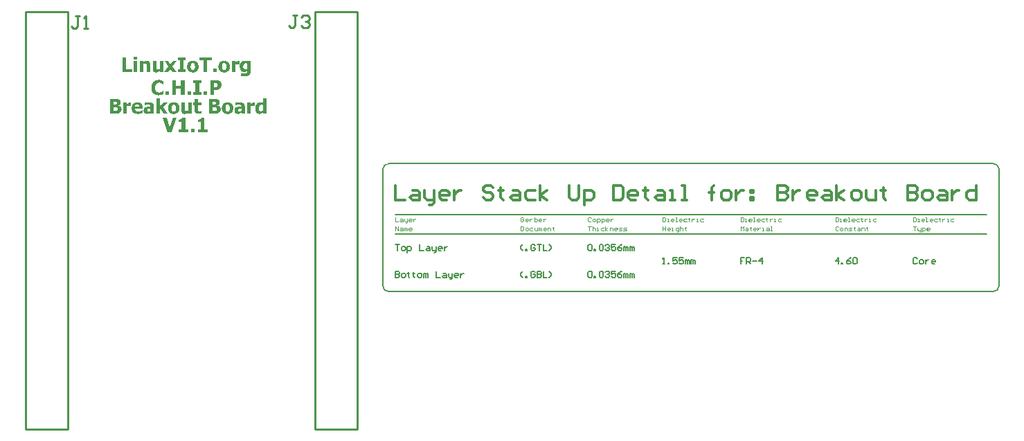
<source format=gto>
%FSLAX25Y25*%
%MOIN*%
G70*
G01*
G75*
G04 Layer_Color=65535*
%ADD10C,0.02362*%
%ADD11C,0.01000*%
%ADD12C,0.00787*%
%ADD13C,0.00039*%
%ADD14C,0.07874*%
%ADD15C,0.02165*%
%ADD16R,0.03937X0.01378*%
%ADD17R,0.04724X0.05315*%
%ADD18R,0.08900X0.03500*%
%ADD19C,0.00591*%
%ADD20C,0.01181*%
%ADD21C,0.00394*%
G36*
X80933Y153000D02*
X79261D01*
Y153588D01*
X79238Y153577D01*
X79192Y153530D01*
X79099Y153461D01*
X78996Y153381D01*
X78869Y153288D01*
X78730Y153196D01*
X78592Y153115D01*
X78454Y153035D01*
X78442Y153023D01*
X78396Y153012D01*
X78315Y152977D01*
X78211Y152942D01*
X78085Y152908D01*
X77935Y152885D01*
X77773Y152862D01*
X77589Y152850D01*
X77508D01*
X77462Y152862D01*
X77393D01*
X77312Y152873D01*
X77139Y152908D01*
X76932Y152977D01*
X76724Y153058D01*
X76528Y153184D01*
X76436Y153254D01*
X76344Y153346D01*
Y153357D01*
X76321Y153369D01*
X76309Y153403D01*
X76275Y153438D01*
X76240Y153496D01*
X76205Y153565D01*
X76171Y153634D01*
X76125Y153726D01*
X76078Y153830D01*
X76044Y153946D01*
X76009Y154061D01*
X75975Y154199D01*
X75952Y154349D01*
X75929Y154510D01*
X75906Y154683D01*
Y154868D01*
Y158361D01*
X77577D01*
Y155698D01*
Y155675D01*
Y155629D01*
Y155548D01*
Y155456D01*
Y155352D01*
Y155237D01*
X77589Y155122D01*
Y155018D01*
Y155006D01*
Y154972D01*
X77600Y154926D01*
X77612Y154868D01*
X77647Y154729D01*
X77693Y154580D01*
Y154568D01*
X77704Y154557D01*
X77750Y154487D01*
X77831Y154395D01*
X77935Y154326D01*
X77946D01*
X77969Y154314D01*
X78004Y154303D01*
X78050Y154291D01*
X78119Y154268D01*
X78189Y154257D01*
X78281Y154245D01*
X78454D01*
X78500Y154257D01*
X78638Y154280D01*
X78799Y154326D01*
X78811D01*
X78846Y154338D01*
X78892Y154360D01*
X78949Y154384D01*
X79099Y154453D01*
X79261Y154557D01*
Y158361D01*
X80933D01*
Y153000D01*
D02*
G37*
G36*
X51520Y158373D02*
X51646D01*
X51716Y158361D01*
Y156782D01*
X51566D01*
X51554Y156793D01*
X51496Y156805D01*
X51416Y156816D01*
X51289Y156828D01*
X51254D01*
X51220Y156840D01*
X51174D01*
X51047Y156851D01*
X50793D01*
X50724Y156840D01*
X50643Y156828D01*
X50551Y156816D01*
X50332Y156770D01*
X50320D01*
X50286Y156759D01*
X50228Y156736D01*
X50159Y156713D01*
X50067Y156690D01*
X49975Y156655D01*
X49779Y156586D01*
Y153000D01*
X48107D01*
Y158361D01*
X49779D01*
Y157589D01*
X49802Y157612D01*
X49859Y157658D01*
X49951Y157750D01*
X50090Y157854D01*
X50101Y157866D01*
X50124Y157877D01*
X50159Y157912D01*
X50217Y157946D01*
X50332Y158027D01*
X50459Y158108D01*
X50470D01*
X50493Y158131D01*
X50528Y158154D01*
X50586Y158177D01*
X50713Y158235D01*
X50885Y158304D01*
X50897D01*
X50932Y158315D01*
X50978Y158327D01*
X51035Y158350D01*
X51185Y158373D01*
X51347Y158385D01*
X51450D01*
X51520Y158373D01*
D02*
G37*
G36*
X104062Y158511D02*
X104177D01*
X104304Y158500D01*
X104442Y158488D01*
X104604Y158465D01*
X104927Y158408D01*
X105261Y158327D01*
X105584Y158212D01*
X105722Y158131D01*
X105849Y158050D01*
X105860D01*
X105872Y158027D01*
X105953Y157969D01*
X106045Y157854D01*
X106172Y157704D01*
X106287Y157508D01*
X106379Y157266D01*
X106460Y156978D01*
X106472Y156816D01*
X106483Y156643D01*
Y153000D01*
X104811D01*
Y153565D01*
X104800Y153553D01*
X104788Y153542D01*
X104708Y153473D01*
X104604Y153392D01*
X104500Y153300D01*
X104488D01*
X104477Y153277D01*
X104442Y153254D01*
X104408Y153231D01*
X104292Y153161D01*
X104142Y153081D01*
X104131D01*
X104108Y153069D01*
X104062Y153046D01*
X104004Y153023D01*
X103866Y152965D01*
X103704Y152919D01*
X103693D01*
X103670Y152908D01*
X103624Y152896D01*
X103554D01*
X103474Y152885D01*
X103370Y152873D01*
X103255Y152862D01*
X103047D01*
X103001Y152873D01*
X102863Y152885D01*
X102701Y152919D01*
X102517Y152977D01*
X102321Y153058D01*
X102125Y153173D01*
X101940Y153334D01*
X101917Y153357D01*
X101871Y153415D01*
X101790Y153519D01*
X101710Y153657D01*
X101629Y153830D01*
X101548Y154038D01*
X101502Y154268D01*
X101479Y154534D01*
Y154545D01*
Y154557D01*
Y154591D01*
Y154637D01*
X101491Y154741D01*
X101514Y154879D01*
X101537Y155029D01*
X101571Y155191D01*
X101629Y155352D01*
X101710Y155502D01*
X101721Y155514D01*
X101756Y155560D01*
X101813Y155629D01*
X101883Y155710D01*
X101986Y155802D01*
X102102Y155906D01*
X102240Y155998D01*
X102390Y156079D01*
X102413Y156090D01*
X102471Y156113D01*
X102563Y156148D01*
X102690Y156194D01*
X102851Y156252D01*
X103036Y156298D01*
X103243Y156344D01*
X103462Y156378D01*
X103497D01*
X103531Y156390D01*
X103577D01*
X103635Y156401D01*
X103704Y156413D01*
X103866Y156436D01*
X104073Y156459D01*
X104304Y156482D01*
X104546Y156505D01*
X104811Y156528D01*
Y156551D01*
Y156574D01*
Y156620D01*
X104800Y156701D01*
X104777Y156793D01*
X104730Y156897D01*
X104673Y157001D01*
X104592Y157093D01*
X104488Y157174D01*
X104477Y157185D01*
X104431Y157208D01*
X104350Y157231D01*
X104246Y157266D01*
X104108Y157301D01*
X103946Y157335D01*
X103751Y157347D01*
X103520Y157358D01*
X103405D01*
X103324Y157347D01*
X103220Y157335D01*
X103105Y157312D01*
X102966Y157278D01*
X102828Y157243D01*
X102816D01*
X102759Y157220D01*
X102690Y157197D01*
X102586Y157162D01*
X102471Y157128D01*
X102344Y157082D01*
X102067Y156966D01*
X101929D01*
Y158246D01*
X101940D01*
X101975Y158258D01*
X102032Y158281D01*
X102125Y158304D01*
X102228Y158327D01*
X102367Y158350D01*
X102528Y158385D01*
X102724Y158419D01*
X102747D01*
X102816Y158431D01*
X102932Y158454D01*
X103070Y158477D01*
X103243Y158488D01*
X103428Y158511D01*
X103624Y158523D01*
X103958D01*
X104062Y158511D01*
D02*
G37*
G36*
X65690Y156263D02*
X67270Y158361D01*
X69253D01*
X67373Y156044D01*
X69391Y153000D01*
X67385D01*
X65932Y155306D01*
X65690Y154972D01*
Y153000D01*
X64018D01*
Y160425D01*
X65690D01*
Y156263D01*
D02*
G37*
G36*
X92163Y160102D02*
X92359D01*
X92555Y160091D01*
X92751Y160068D01*
X92912Y160045D01*
X92935D01*
X92981Y160033D01*
X93062Y160022D01*
X93154Y159999D01*
X93281Y159964D01*
X93408Y159918D01*
X93535Y159872D01*
X93673Y159803D01*
X93685Y159791D01*
X93731Y159768D01*
X93800Y159722D01*
X93892Y159653D01*
X93973Y159572D01*
X94077Y159480D01*
X94157Y159376D01*
X94238Y159249D01*
X94250Y159238D01*
X94273Y159192D01*
X94296Y159111D01*
X94342Y159019D01*
X94377Y158903D01*
X94400Y158765D01*
X94423Y158615D01*
X94434Y158454D01*
Y158431D01*
Y158361D01*
X94423Y158269D01*
X94400Y158142D01*
X94365Y157992D01*
X94319Y157843D01*
X94261Y157681D01*
X94169Y157520D01*
X94157Y157497D01*
X94123Y157451D01*
X94065Y157381D01*
X93985Y157289D01*
X93881Y157197D01*
X93765Y157093D01*
X93616Y157001D01*
X93454Y156920D01*
Y156886D01*
X93466D01*
X93489Y156874D01*
X93523D01*
X93558Y156863D01*
X93685Y156816D01*
X93835Y156759D01*
X93996Y156690D01*
X94169Y156586D01*
X94342Y156471D01*
X94503Y156321D01*
X94526Y156298D01*
X94573Y156240D01*
X94630Y156148D01*
X94711Y156021D01*
X94780Y155848D01*
X94849Y155652D01*
X94895Y155421D01*
X94907Y155168D01*
Y155145D01*
Y155075D01*
X94895Y154983D01*
X94884Y154856D01*
X94861Y154706D01*
X94815Y154545D01*
X94769Y154395D01*
X94699Y154234D01*
X94688Y154222D01*
X94665Y154165D01*
X94619Y154095D01*
X94561Y154003D01*
X94480Y153899D01*
X94388Y153796D01*
X94284Y153680D01*
X94157Y153577D01*
X94134Y153565D01*
X94088Y153530D01*
X94008Y153473D01*
X93904Y153403D01*
X93777Y153334D01*
X93627Y153254D01*
X93454Y153184D01*
X93281Y153127D01*
X93258D01*
X93189Y153104D01*
X93085Y153092D01*
X92947Y153069D01*
X92774Y153046D01*
X92566Y153023D01*
X92324Y153012D01*
X92059Y153000D01*
X89223D01*
Y160114D01*
X91990D01*
X92163Y160102D01*
D02*
G37*
G36*
X80605Y162000D02*
X78910D01*
Y163879D01*
X80605D01*
Y162000D01*
D02*
G37*
G36*
X85575Y167869D02*
X84548D01*
Y163245D01*
X85575D01*
Y162000D01*
X81735D01*
Y163245D01*
X82761D01*
Y167869D01*
X81735D01*
Y169114D01*
X85575D01*
Y167869D01*
D02*
G37*
G36*
X70078Y162000D02*
X68383D01*
Y163879D01*
X70078D01*
Y162000D01*
D02*
G37*
G36*
X111130Y158373D02*
X111257D01*
X111326Y158361D01*
Y156782D01*
X111176D01*
X111164Y156793D01*
X111107Y156805D01*
X111026Y156816D01*
X110899Y156828D01*
X110864D01*
X110830Y156840D01*
X110784D01*
X110657Y156851D01*
X110403D01*
X110334Y156840D01*
X110253Y156828D01*
X110161Y156816D01*
X109942Y156770D01*
X109931D01*
X109896Y156759D01*
X109838Y156736D01*
X109769Y156713D01*
X109677Y156690D01*
X109585Y156655D01*
X109389Y156586D01*
Y153000D01*
X107717D01*
Y158361D01*
X109389D01*
Y157589D01*
X109412Y157612D01*
X109469Y157658D01*
X109562Y157750D01*
X109700Y157854D01*
X109712Y157866D01*
X109734Y157877D01*
X109769Y157912D01*
X109827Y157946D01*
X109942Y158027D01*
X110069Y158108D01*
X110080D01*
X110103Y158131D01*
X110138Y158154D01*
X110196Y158177D01*
X110323Y158235D01*
X110495Y158304D01*
X110507D01*
X110542Y158315D01*
X110588Y158327D01*
X110645Y158350D01*
X110795Y158373D01*
X110957Y158385D01*
X111061D01*
X111130Y158373D01*
D02*
G37*
G36*
X116849Y153000D02*
X115177D01*
Y153553D01*
X115165Y153542D01*
X115142Y153530D01*
X115108Y153507D01*
X115061Y153461D01*
X114946Y153369D01*
X114796Y153265D01*
X114785Y153254D01*
X114762Y153242D01*
X114727Y153219D01*
X114669Y153184D01*
X114554Y153104D01*
X114439Y153035D01*
X114427D01*
X114404Y153023D01*
X114358Y153012D01*
X114312Y152989D01*
X114185Y152942D01*
X114035Y152908D01*
X114024D01*
X114001Y152896D01*
X113954Y152885D01*
X113908D01*
X113839Y152873D01*
X113759Y152862D01*
X113563Y152850D01*
X113470D01*
X113413Y152862D01*
X113332Y152873D01*
X113251Y152896D01*
X113044Y152942D01*
X112813Y153035D01*
X112686Y153092D01*
X112571Y153173D01*
X112444Y153254D01*
X112329Y153357D01*
X112214Y153473D01*
X112110Y153611D01*
Y153623D01*
X112087Y153646D01*
X112064Y153692D01*
X112029Y153750D01*
X111983Y153830D01*
X111937Y153922D01*
X111891Y154026D01*
X111845Y154153D01*
X111798Y154291D01*
X111752Y154441D01*
X111706Y154603D01*
X111660Y154787D01*
X111626Y154983D01*
X111602Y155191D01*
X111591Y155410D01*
X111579Y155640D01*
Y155652D01*
Y155675D01*
Y155710D01*
Y155756D01*
X111591Y155894D01*
X111602Y156055D01*
X111626Y156252D01*
X111648Y156448D01*
X111695Y156667D01*
X111752Y156863D01*
Y156874D01*
X111764Y156886D01*
X111787Y156955D01*
X111833Y157047D01*
X111891Y157174D01*
X111960Y157312D01*
X112040Y157462D01*
X112144Y157612D01*
X112260Y157762D01*
X112271Y157773D01*
X112317Y157819D01*
X112375Y157877D01*
X112456Y157958D01*
X112559Y158050D01*
X112675Y158142D01*
X112813Y158235D01*
X112963Y158315D01*
X112986Y158327D01*
X113032Y158350D01*
X113124Y158385D01*
X113240Y158419D01*
X113366Y158454D01*
X113516Y158488D01*
X113678Y158511D01*
X113851Y158523D01*
X114001D01*
X114093Y158511D01*
X114197Y158500D01*
X114312Y158488D01*
X114427Y158465D01*
X114531Y158431D01*
X114543D01*
X114577Y158419D01*
X114635Y158396D01*
X114716Y158361D01*
X114808Y158327D01*
X114923Y158281D01*
X115038Y158223D01*
X115177Y158154D01*
Y160425D01*
X116849D01*
Y153000D01*
D02*
G37*
G36*
X71301Y144000D02*
X69444D01*
X67000Y151114D01*
X68845D01*
X70401Y146283D01*
X71946Y151114D01*
X73757D01*
X71301Y144000D01*
D02*
G37*
G36*
X72504Y158511D02*
X72608Y158500D01*
X72735Y158488D01*
X72885Y158465D01*
X73035Y158431D01*
X73357Y158338D01*
X73530Y158281D01*
X73703Y158200D01*
X73865Y158119D01*
X74026Y158016D01*
X74187Y157900D01*
X74326Y157762D01*
X74337Y157750D01*
X74361Y157727D01*
X74395Y157681D01*
X74441Y157624D01*
X74499Y157543D01*
X74556Y157451D01*
X74626Y157347D01*
X74695Y157220D01*
X74752Y157070D01*
X74822Y156920D01*
X74879Y156747D01*
X74937Y156563D01*
X74983Y156355D01*
X75018Y156148D01*
X75041Y155917D01*
X75052Y155675D01*
Y155663D01*
Y155617D01*
Y155548D01*
X75041Y155456D01*
X75029Y155341D01*
X75018Y155214D01*
X74995Y155075D01*
X74960Y154914D01*
X74879Y154580D01*
X74822Y154407D01*
X74741Y154234D01*
X74660Y154061D01*
X74568Y153899D01*
X74453Y153738D01*
X74326Y153588D01*
X74314Y153577D01*
X74291Y153553D01*
X74245Y153519D01*
X74187Y153473D01*
X74118Y153415D01*
X74026Y153346D01*
X73922Y153288D01*
X73795Y153219D01*
X73657Y153138D01*
X73507Y153081D01*
X73346Y153012D01*
X73161Y152954D01*
X72965Y152908D01*
X72746Y152873D01*
X72527Y152850D01*
X72285Y152839D01*
X72158D01*
X72066Y152850D01*
X71962Y152862D01*
X71835Y152873D01*
X71685Y152896D01*
X71536Y152931D01*
X71213Y153023D01*
X71040Y153081D01*
X70867Y153150D01*
X70705Y153242D01*
X70544Y153346D01*
X70383Y153461D01*
X70244Y153588D01*
X70233Y153600D01*
X70210Y153623D01*
X70175Y153669D01*
X70129Y153726D01*
X70083Y153807D01*
X70014Y153899D01*
X69956Y154015D01*
X69887Y154130D01*
X69818Y154280D01*
X69760Y154430D01*
X69691Y154603D01*
X69645Y154787D01*
X69599Y154995D01*
X69564Y155202D01*
X69541Y155433D01*
X69529Y155675D01*
Y155686D01*
Y155733D01*
Y155802D01*
X69541Y155894D01*
X69552Y156009D01*
X69564Y156136D01*
X69587Y156286D01*
X69622Y156436D01*
X69702Y156770D01*
X69760Y156943D01*
X69829Y157116D01*
X69910Y157289D01*
X70014Y157462D01*
X70117Y157612D01*
X70244Y157762D01*
X70256Y157773D01*
X70279Y157797D01*
X70325Y157831D01*
X70383Y157877D01*
X70452Y157935D01*
X70544Y158004D01*
X70648Y158073D01*
X70775Y158142D01*
X70913Y158212D01*
X71063Y158281D01*
X71224Y158350D01*
X71409Y158408D01*
X71605Y158454D01*
X71824Y158488D01*
X72043Y158511D01*
X72285Y158523D01*
X72412D01*
X72504Y158511D01*
D02*
G37*
G36*
X87120Y145245D02*
X88584D01*
Y144000D01*
X83891D01*
Y145245D01*
X85390D01*
Y148981D01*
X83891D01*
Y150145D01*
X84099D01*
X84191Y150157D01*
X84295D01*
X84537Y150180D01*
X84549D01*
X84595Y150192D01*
X84652Y150203D01*
X84722Y150215D01*
X84895Y150261D01*
X84975Y150284D01*
X85056Y150318D01*
X85067D01*
X85091Y150341D01*
X85137Y150365D01*
X85183Y150399D01*
X85310Y150503D01*
X85413Y150630D01*
X85425Y150641D01*
X85436Y150664D01*
X85460Y150710D01*
X85483Y150768D01*
X85506Y150837D01*
X85529Y150918D01*
X85563Y151114D01*
X87120D01*
Y145245D01*
D02*
G37*
G36*
X77838D02*
X79303D01*
Y144000D01*
X74610D01*
Y145245D01*
X76109D01*
Y148981D01*
X74610D01*
Y150145D01*
X74817D01*
X74910Y150157D01*
X75013D01*
X75256Y150180D01*
X75267D01*
X75313Y150192D01*
X75371Y150203D01*
X75440Y150215D01*
X75613Y150261D01*
X75694Y150284D01*
X75774Y150318D01*
X75786D01*
X75809Y150341D01*
X75855Y150365D01*
X75901Y150399D01*
X76028Y150503D01*
X76132Y150630D01*
X76143Y150641D01*
X76155Y150664D01*
X76178Y150710D01*
X76201Y150768D01*
X76224Y150837D01*
X76247Y150918D01*
X76282Y151114D01*
X77838D01*
Y145245D01*
D02*
G37*
G36*
X82277Y144000D02*
X80582D01*
Y145879D01*
X82277D01*
Y144000D01*
D02*
G37*
G36*
X44440Y160102D02*
X44636D01*
X44832Y160091D01*
X45028Y160068D01*
X45190Y160045D01*
X45213D01*
X45259Y160033D01*
X45340Y160022D01*
X45432Y159999D01*
X45559Y159964D01*
X45685Y159918D01*
X45812Y159872D01*
X45951Y159803D01*
X45962Y159791D01*
X46008Y159768D01*
X46077Y159722D01*
X46170Y159653D01*
X46250Y159572D01*
X46354Y159480D01*
X46435Y159376D01*
X46516Y159249D01*
X46527Y159238D01*
X46550Y159192D01*
X46573Y159111D01*
X46619Y159019D01*
X46654Y158903D01*
X46677Y158765D01*
X46700Y158615D01*
X46712Y158454D01*
Y158431D01*
Y158361D01*
X46700Y158269D01*
X46677Y158142D01*
X46642Y157992D01*
X46596Y157843D01*
X46539Y157681D01*
X46446Y157520D01*
X46435Y157497D01*
X46400Y157451D01*
X46343Y157381D01*
X46262Y157289D01*
X46158Y157197D01*
X46043Y157093D01*
X45893Y157001D01*
X45731Y156920D01*
Y156886D01*
X45743D01*
X45766Y156874D01*
X45801D01*
X45835Y156863D01*
X45962Y156816D01*
X46112Y156759D01*
X46273Y156690D01*
X46446Y156586D01*
X46619Y156471D01*
X46781Y156321D01*
X46804Y156298D01*
X46850Y156240D01*
X46908Y156148D01*
X46988Y156021D01*
X47058Y155848D01*
X47127Y155652D01*
X47173Y155421D01*
X47184Y155168D01*
Y155145D01*
Y155075D01*
X47173Y154983D01*
X47161Y154856D01*
X47138Y154706D01*
X47092Y154545D01*
X47046Y154395D01*
X46977Y154234D01*
X46965Y154222D01*
X46942Y154165D01*
X46896Y154095D01*
X46838Y154003D01*
X46758Y153899D01*
X46665Y153796D01*
X46562Y153680D01*
X46435Y153577D01*
X46412Y153565D01*
X46366Y153530D01*
X46285Y153473D01*
X46181Y153403D01*
X46054Y153334D01*
X45904Y153254D01*
X45731Y153184D01*
X45559Y153127D01*
X45535D01*
X45466Y153104D01*
X45362Y153092D01*
X45224Y153069D01*
X45051Y153046D01*
X44844Y153023D01*
X44602Y153012D01*
X44336Y153000D01*
X41500D01*
Y160114D01*
X44267D01*
X44440Y160102D01*
D02*
G37*
G36*
X60363Y158511D02*
X60478D01*
X60605Y158500D01*
X60744Y158488D01*
X60905Y158465D01*
X61228Y158408D01*
X61562Y158327D01*
X61885Y158212D01*
X62023Y158131D01*
X62150Y158050D01*
X62162D01*
X62173Y158027D01*
X62254Y157969D01*
X62346Y157854D01*
X62473Y157704D01*
X62588Y157508D01*
X62681Y157266D01*
X62761Y156978D01*
X62773Y156816D01*
X62784Y156643D01*
Y153000D01*
X61112D01*
Y153565D01*
X61101Y153553D01*
X61089Y153542D01*
X61009Y153473D01*
X60905Y153392D01*
X60801Y153300D01*
X60790D01*
X60778Y153277D01*
X60744Y153254D01*
X60709Y153231D01*
X60594Y153161D01*
X60444Y153081D01*
X60432D01*
X60409Y153069D01*
X60363Y153046D01*
X60305Y153023D01*
X60167Y152965D01*
X60006Y152919D01*
X59994D01*
X59971Y152908D01*
X59925Y152896D01*
X59856D01*
X59775Y152885D01*
X59671Y152873D01*
X59556Y152862D01*
X59348D01*
X59302Y152873D01*
X59164Y152885D01*
X59003Y152919D01*
X58818Y152977D01*
X58622Y153058D01*
X58426Y153173D01*
X58242Y153334D01*
X58218Y153357D01*
X58172Y153415D01*
X58092Y153519D01*
X58011Y153657D01*
X57930Y153830D01*
X57850Y154038D01*
X57803Y154268D01*
X57780Y154534D01*
Y154545D01*
Y154557D01*
Y154591D01*
Y154637D01*
X57792Y154741D01*
X57815Y154879D01*
X57838Y155029D01*
X57873Y155191D01*
X57930Y155352D01*
X58011Y155502D01*
X58022Y155514D01*
X58057Y155560D01*
X58115Y155629D01*
X58184Y155710D01*
X58288Y155802D01*
X58403Y155906D01*
X58541Y155998D01*
X58691Y156079D01*
X58714Y156090D01*
X58772Y156113D01*
X58864Y156148D01*
X58991Y156194D01*
X59152Y156252D01*
X59337Y156298D01*
X59544Y156344D01*
X59763Y156378D01*
X59798D01*
X59833Y156390D01*
X59879D01*
X59936Y156401D01*
X60006Y156413D01*
X60167Y156436D01*
X60375Y156459D01*
X60605Y156482D01*
X60847Y156505D01*
X61112Y156528D01*
Y156551D01*
Y156574D01*
Y156620D01*
X61101Y156701D01*
X61078Y156793D01*
X61032Y156897D01*
X60974Y157001D01*
X60893Y157093D01*
X60790Y157174D01*
X60778Y157185D01*
X60732Y157208D01*
X60651Y157231D01*
X60548Y157266D01*
X60409Y157301D01*
X60248Y157335D01*
X60052Y157347D01*
X59821Y157358D01*
X59706D01*
X59625Y157347D01*
X59521Y157335D01*
X59406Y157312D01*
X59268Y157278D01*
X59129Y157243D01*
X59118D01*
X59060Y157220D01*
X58991Y157197D01*
X58887Y157162D01*
X58772Y157128D01*
X58645Y157082D01*
X58368Y156966D01*
X58230D01*
Y158246D01*
X58242D01*
X58276Y158258D01*
X58334Y158281D01*
X58426Y158304D01*
X58530Y158327D01*
X58668Y158350D01*
X58830Y158385D01*
X59026Y158419D01*
X59049D01*
X59118Y158431D01*
X59233Y158454D01*
X59372Y158477D01*
X59544Y158488D01*
X59729Y158511D01*
X59925Y158523D01*
X60259D01*
X60363Y158511D01*
D02*
G37*
G36*
X83977Y158361D02*
X85579D01*
Y157197D01*
X83977D01*
Y155283D01*
Y155271D01*
Y155237D01*
Y155179D01*
Y155122D01*
Y154960D01*
Y154799D01*
Y154787D01*
Y154764D01*
Y154729D01*
X83988Y154672D01*
X84011Y154557D01*
X84057Y154418D01*
Y154407D01*
X84069Y154395D01*
X84103Y154326D01*
X84184Y154234D01*
X84288Y154153D01*
X84299D01*
X84322Y154141D01*
X84357Y154130D01*
X84415Y154107D01*
X84484Y154095D01*
X84576Y154072D01*
X84668Y154061D01*
X84807D01*
X84876Y154072D01*
X84980Y154084D01*
X85129Y154107D01*
X85141D01*
X85164Y154118D01*
X85199Y154130D01*
X85245Y154141D01*
X85349Y154176D01*
X85395Y154199D01*
X85429Y154222D01*
X85579D01*
Y153046D01*
X85568D01*
X85533Y153035D01*
X85475Y153023D01*
X85406Y153012D01*
X85314Y152989D01*
X85210Y152977D01*
X84991Y152942D01*
X84980D01*
X84934Y152931D01*
X84876D01*
X84784Y152919D01*
X84680Y152908D01*
X84553D01*
X84415Y152896D01*
X84161D01*
X84092Y152908D01*
X84000D01*
X83907Y152919D01*
X83688Y152954D01*
X83435Y153000D01*
X83192Y153069D01*
X82962Y153173D01*
X82858Y153242D01*
X82766Y153311D01*
X82743Y153334D01*
X82697Y153392D01*
X82616Y153496D01*
X82535Y153634D01*
X82489Y153726D01*
X82455Y153830D01*
X82408Y153946D01*
X82374Y154061D01*
X82351Y154199D01*
X82328Y154349D01*
X82305Y154510D01*
Y154683D01*
Y157197D01*
X81670D01*
Y158361D01*
X82305D01*
Y159895D01*
X83977D01*
Y158361D01*
D02*
G37*
G36*
X98424Y158511D02*
X98527Y158500D01*
X98654Y158488D01*
X98804Y158465D01*
X98954Y158431D01*
X99277Y158338D01*
X99450Y158281D01*
X99623Y158200D01*
X99784Y158119D01*
X99946Y158016D01*
X100107Y157900D01*
X100245Y157762D01*
X100257Y157750D01*
X100280Y157727D01*
X100314Y157681D01*
X100361Y157624D01*
X100418Y157543D01*
X100476Y157451D01*
X100545Y157347D01*
X100614Y157220D01*
X100672Y157070D01*
X100741Y156920D01*
X100799Y156747D01*
X100856Y156563D01*
X100903Y156355D01*
X100937Y156148D01*
X100960Y155917D01*
X100972Y155675D01*
Y155663D01*
Y155617D01*
Y155548D01*
X100960Y155456D01*
X100949Y155341D01*
X100937Y155214D01*
X100914Y155075D01*
X100880Y154914D01*
X100799Y154580D01*
X100741Y154407D01*
X100660Y154234D01*
X100580Y154061D01*
X100487Y153899D01*
X100372Y153738D01*
X100245Y153588D01*
X100234Y153577D01*
X100211Y153553D01*
X100165Y153519D01*
X100107Y153473D01*
X100038Y153415D01*
X99946Y153346D01*
X99842Y153288D01*
X99715Y153219D01*
X99577Y153138D01*
X99427Y153081D01*
X99265Y153012D01*
X99081Y152954D01*
X98885Y152908D01*
X98666Y152873D01*
X98447Y152850D01*
X98204Y152839D01*
X98078D01*
X97986Y152850D01*
X97882Y152862D01*
X97755Y152873D01*
X97605Y152896D01*
X97455Y152931D01*
X97132Y153023D01*
X96959Y153081D01*
X96786Y153150D01*
X96625Y153242D01*
X96464Y153346D01*
X96302Y153461D01*
X96164Y153588D01*
X96152Y153600D01*
X96129Y153623D01*
X96095Y153669D01*
X96048Y153726D01*
X96002Y153807D01*
X95933Y153899D01*
X95876Y154015D01*
X95806Y154130D01*
X95737Y154280D01*
X95679Y154430D01*
X95610Y154603D01*
X95564Y154787D01*
X95518Y154995D01*
X95483Y155202D01*
X95460Y155433D01*
X95449Y155675D01*
Y155686D01*
Y155733D01*
Y155802D01*
X95460Y155894D01*
X95472Y156009D01*
X95483Y156136D01*
X95507Y156286D01*
X95541Y156436D01*
X95622Y156770D01*
X95679Y156943D01*
X95749Y157116D01*
X95829Y157289D01*
X95933Y157462D01*
X96037Y157612D01*
X96164Y157762D01*
X96175Y157773D01*
X96198Y157797D01*
X96244Y157831D01*
X96302Y157877D01*
X96371Y157935D01*
X96464Y158004D01*
X96567Y158073D01*
X96694Y158142D01*
X96833Y158212D01*
X96982Y158281D01*
X97144Y158350D01*
X97328Y158408D01*
X97524Y158454D01*
X97743Y158488D01*
X97962Y158511D01*
X98204Y158523D01*
X98331D01*
X98424Y158511D01*
D02*
G37*
G36*
X55036D02*
X55129Y158500D01*
X55255Y158488D01*
X55382Y158465D01*
X55520Y158442D01*
X55820Y158361D01*
X55982Y158304D01*
X56132Y158246D01*
X56282Y158165D01*
X56431Y158073D01*
X56558Y157969D01*
X56685Y157854D01*
X56696Y157843D01*
X56708Y157819D01*
X56743Y157785D01*
X56777Y157727D01*
X56835Y157670D01*
X56881Y157577D01*
X56939Y157485D01*
X56996Y157370D01*
X57054Y157243D01*
X57112Y157105D01*
X57169Y156943D01*
X57215Y156782D01*
X57250Y156597D01*
X57285Y156401D01*
X57296Y156194D01*
X57308Y155963D01*
Y155364D01*
X53641D01*
Y155352D01*
X53653Y155306D01*
Y155225D01*
X53664Y155145D01*
X53687Y155041D01*
X53710Y154937D01*
X53745Y154833D01*
X53791Y154729D01*
X53803Y154718D01*
X53814Y154683D01*
X53849Y154637D01*
X53883Y154591D01*
X53999Y154453D01*
X54148Y154338D01*
X54160Y154326D01*
X54183Y154314D01*
X54229Y154291D01*
X54298Y154257D01*
X54368Y154222D01*
X54448Y154188D01*
X54644Y154118D01*
X54656D01*
X54690Y154107D01*
X54760Y154095D01*
X54829D01*
X54921Y154084D01*
X55036Y154072D01*
X55278Y154061D01*
X55382D01*
X55463Y154072D01*
X55544D01*
X55636Y154084D01*
X55843Y154118D01*
X55855D01*
X55889Y154130D01*
X55947Y154141D01*
X56016Y154165D01*
X56189Y154222D01*
X56362Y154291D01*
X56374D01*
X56397Y154303D01*
X56443Y154326D01*
X56489Y154349D01*
X56616Y154418D01*
X56743Y154487D01*
X56754D01*
X56777Y154510D01*
X56846Y154557D01*
X56939Y154614D01*
X57031Y154683D01*
X57215D01*
Y153300D01*
X57204D01*
X57181Y153288D01*
X57146Y153277D01*
X57089Y153254D01*
X56973Y153208D01*
X56835Y153150D01*
X56823D01*
X56800Y153138D01*
X56766Y153127D01*
X56708Y153104D01*
X56650Y153081D01*
X56570Y153058D01*
X56477Y153035D01*
X56374Y153012D01*
X56362D01*
X56328Y153000D01*
X56270Y152989D01*
X56201Y152977D01*
X56120Y152965D01*
X56016Y152942D01*
X55809Y152908D01*
X55797D01*
X55763Y152896D01*
X55693D01*
X55613Y152885D01*
X55509Y152873D01*
X55394D01*
X55255Y152862D01*
X54956D01*
X54852Y152873D01*
X54725Y152885D01*
X54586Y152896D01*
X54414Y152919D01*
X54241Y152954D01*
X53872Y153035D01*
X53676Y153092D01*
X53480Y153161D01*
X53295Y153242D01*
X53111Y153346D01*
X52938Y153450D01*
X52776Y153577D01*
X52765Y153588D01*
X52742Y153611D01*
X52707Y153657D01*
X52649Y153715D01*
X52592Y153784D01*
X52523Y153876D01*
X52454Y153980D01*
X52373Y154107D01*
X52304Y154245D01*
X52223Y154395D01*
X52154Y154568D01*
X52096Y154753D01*
X52038Y154949D01*
X52004Y155168D01*
X51981Y155398D01*
X51969Y155640D01*
Y155652D01*
Y155698D01*
Y155767D01*
X51981Y155859D01*
X51992Y155975D01*
X52004Y156102D01*
X52027Y156240D01*
X52061Y156401D01*
X52154Y156736D01*
X52211Y156909D01*
X52281Y157082D01*
X52373Y157255D01*
X52477Y157428D01*
X52592Y157589D01*
X52719Y157739D01*
X52730Y157750D01*
X52753Y157773D01*
X52799Y157808D01*
X52857Y157866D01*
X52938Y157923D01*
X53030Y157992D01*
X53134Y158062D01*
X53261Y158131D01*
X53411Y158200D01*
X53560Y158281D01*
X53733Y158338D01*
X53929Y158396D01*
X54125Y158454D01*
X54344Y158488D01*
X54586Y158511D01*
X54829Y158523D01*
X54944D01*
X55036Y158511D01*
D02*
G37*
G36*
X88388Y162000D02*
X86693D01*
Y163879D01*
X88388D01*
Y162000D01*
D02*
G37*
G36*
X67193Y173000D02*
X65521D01*
Y173588D01*
X65498Y173576D01*
X65452Y173530D01*
X65360Y173461D01*
X65256Y173380D01*
X65129Y173288D01*
X64991Y173196D01*
X64853Y173115D01*
X64714Y173035D01*
X64703Y173023D01*
X64657Y173012D01*
X64576Y172977D01*
X64472Y172942D01*
X64345Y172908D01*
X64195Y172885D01*
X64034Y172862D01*
X63850Y172850D01*
X63769D01*
X63723Y172862D01*
X63653D01*
X63573Y172873D01*
X63400Y172908D01*
X63192Y172977D01*
X62985Y173058D01*
X62789Y173185D01*
X62696Y173254D01*
X62604Y173346D01*
Y173357D01*
X62581Y173369D01*
X62570Y173404D01*
X62535Y173438D01*
X62501Y173496D01*
X62466Y173565D01*
X62431Y173634D01*
X62385Y173726D01*
X62339Y173830D01*
X62305Y173945D01*
X62270Y174061D01*
X62235Y174199D01*
X62212Y174349D01*
X62189Y174510D01*
X62166Y174683D01*
Y174868D01*
Y178361D01*
X63838D01*
Y175698D01*
Y175675D01*
Y175629D01*
Y175548D01*
Y175456D01*
Y175352D01*
Y175237D01*
X63850Y175121D01*
Y175018D01*
Y175006D01*
Y174972D01*
X63861Y174925D01*
X63873Y174868D01*
X63907Y174730D01*
X63953Y174580D01*
Y174568D01*
X63965Y174557D01*
X64011Y174487D01*
X64092Y174395D01*
X64195Y174326D01*
X64207D01*
X64230Y174314D01*
X64265Y174303D01*
X64311Y174291D01*
X64380Y174268D01*
X64449Y174257D01*
X64541Y174245D01*
X64714D01*
X64760Y174257D01*
X64899Y174280D01*
X65060Y174326D01*
X65072D01*
X65106Y174337D01*
X65152Y174361D01*
X65210Y174384D01*
X65360Y174453D01*
X65521Y174557D01*
Y178361D01*
X67193D01*
Y173000D01*
D02*
G37*
G36*
X96768Y178511D02*
X96872Y178500D01*
X96998Y178488D01*
X97148Y178465D01*
X97298Y178431D01*
X97621Y178338D01*
X97794Y178281D01*
X97967Y178200D01*
X98128Y178119D01*
X98290Y178016D01*
X98451Y177900D01*
X98589Y177762D01*
X98601Y177750D01*
X98624Y177727D01*
X98659Y177681D01*
X98705Y177623D01*
X98762Y177543D01*
X98820Y177451D01*
X98889Y177347D01*
X98958Y177220D01*
X99016Y177070D01*
X99085Y176920D01*
X99143Y176747D01*
X99200Y176563D01*
X99247Y176355D01*
X99281Y176148D01*
X99304Y175917D01*
X99316Y175675D01*
Y175663D01*
Y175617D01*
Y175548D01*
X99304Y175456D01*
X99293Y175341D01*
X99281Y175214D01*
X99258Y175075D01*
X99224Y174914D01*
X99143Y174580D01*
X99085Y174407D01*
X99005Y174234D01*
X98924Y174061D01*
X98832Y173899D01*
X98716Y173738D01*
X98589Y173588D01*
X98578Y173576D01*
X98555Y173553D01*
X98509Y173519D01*
X98451Y173473D01*
X98382Y173415D01*
X98290Y173346D01*
X98186Y173288D01*
X98059Y173219D01*
X97921Y173138D01*
X97771Y173081D01*
X97609Y173012D01*
X97425Y172954D01*
X97229Y172908D01*
X97010Y172873D01*
X96791Y172850D01*
X96549Y172839D01*
X96422D01*
X96329Y172850D01*
X96226Y172862D01*
X96099Y172873D01*
X95949Y172896D01*
X95799Y172931D01*
X95476Y173023D01*
X95303Y173081D01*
X95130Y173150D01*
X94969Y173242D01*
X94808Y173346D01*
X94646Y173461D01*
X94508Y173588D01*
X94496Y173600D01*
X94473Y173623D01*
X94439Y173669D01*
X94393Y173726D01*
X94346Y173807D01*
X94277Y173899D01*
X94220Y174015D01*
X94150Y174130D01*
X94081Y174280D01*
X94024Y174430D01*
X93954Y174603D01*
X93908Y174787D01*
X93862Y174995D01*
X93827Y175202D01*
X93805Y175433D01*
X93793Y175675D01*
Y175687D01*
Y175733D01*
Y175802D01*
X93805Y175894D01*
X93816Y176009D01*
X93827Y176136D01*
X93851Y176286D01*
X93885Y176436D01*
X93966Y176770D01*
X94024Y176943D01*
X94093Y177116D01*
X94173Y177289D01*
X94277Y177462D01*
X94381Y177612D01*
X94508Y177762D01*
X94519Y177773D01*
X94542Y177796D01*
X94589Y177831D01*
X94646Y177877D01*
X94715Y177935D01*
X94808Y178004D01*
X94911Y178073D01*
X95038Y178142D01*
X95177Y178212D01*
X95326Y178281D01*
X95488Y178350D01*
X95672Y178408D01*
X95868Y178454D01*
X96087Y178488D01*
X96307Y178511D01*
X96549Y178523D01*
X96675D01*
X96768Y178511D01*
D02*
G37*
G36*
X71782Y175721D02*
X73765Y173000D01*
X71805D01*
X70779Y174533D01*
X69718Y173000D01*
X67804D01*
X69788Y175675D01*
X67839Y178361D01*
X69788D01*
X70802Y176851D01*
X71817Y178361D01*
X73742D01*
X71782Y175721D01*
D02*
G37*
G36*
X54672Y173000D02*
X53000D01*
Y178361D01*
X54672D01*
Y173000D01*
D02*
G37*
G36*
X92859D02*
X91164D01*
Y174879D01*
X92859D01*
Y173000D01*
D02*
G37*
G36*
X90484Y178777D02*
X88385D01*
Y173000D01*
X86598D01*
Y178777D01*
X84500D01*
Y180114D01*
X90484D01*
Y178777D01*
D02*
G37*
G36*
X49287Y174337D02*
X52239D01*
Y173000D01*
X47500D01*
Y180114D01*
X49287D01*
Y174337D01*
D02*
G37*
G36*
X78031Y178869D02*
X77005D01*
Y174245D01*
X78031D01*
Y173000D01*
X74192D01*
Y174245D01*
X75218D01*
Y178869D01*
X74192D01*
Y180114D01*
X78031D01*
Y178869D01*
D02*
G37*
G36*
X77492Y162000D02*
X75705D01*
Y165171D01*
X73284D01*
Y162000D01*
X71496D01*
Y169114D01*
X73284D01*
Y166508D01*
X75705D01*
Y169114D01*
X77492D01*
Y162000D01*
D02*
G37*
G36*
X65236Y169241D02*
X65351D01*
X65478Y169229D01*
X65743Y169195D01*
X65755D01*
X65801Y169183D01*
X65870Y169172D01*
X65951Y169160D01*
X66043Y169149D01*
X66158Y169125D01*
X66389Y169068D01*
X66400D01*
X66435Y169056D01*
X66481Y169045D01*
X66550Y169022D01*
X66619Y168987D01*
X66712Y168953D01*
X66919Y168872D01*
X66931D01*
X66965Y168849D01*
X67023Y168826D01*
X67092Y168803D01*
X67242Y168722D01*
X67392Y168653D01*
Y166969D01*
X67207D01*
X67184Y166992D01*
X67115Y167039D01*
X67023Y167131D01*
X66884Y167235D01*
X66873Y167246D01*
X66850Y167258D01*
X66804Y167292D01*
X66758Y167338D01*
X66689Y167385D01*
X66608Y167431D01*
X66435Y167546D01*
X66423Y167558D01*
X66389Y167569D01*
X66343Y167604D01*
X66273Y167638D01*
X66193Y167673D01*
X66101Y167719D01*
X65893Y167800D01*
X65881D01*
X65847Y167823D01*
X65778Y167834D01*
X65709Y167857D01*
X65605Y167880D01*
X65501Y167892D01*
X65270Y167915D01*
X65201D01*
X65132Y167903D01*
X65040D01*
X64924Y167880D01*
X64809Y167857D01*
X64682Y167834D01*
X64555Y167788D01*
X64544D01*
X64498Y167765D01*
X64440Y167730D01*
X64359Y167684D01*
X64267Y167627D01*
X64163Y167558D01*
X64048Y167465D01*
X63944Y167361D01*
X63933Y167350D01*
X63898Y167315D01*
X63852Y167258D01*
X63794Y167177D01*
X63725Y167073D01*
X63645Y166946D01*
X63575Y166797D01*
X63506Y166635D01*
X63495Y166612D01*
X63483Y166554D01*
X63460Y166451D01*
X63425Y166324D01*
X63391Y166162D01*
X63368Y165978D01*
X63356Y165770D01*
X63345Y165540D01*
Y165528D01*
Y165505D01*
Y165471D01*
Y165424D01*
X63356Y165309D01*
X63368Y165148D01*
X63391Y164975D01*
X63414Y164790D01*
X63460Y164594D01*
X63518Y164421D01*
X63529Y164398D01*
X63552Y164352D01*
X63587Y164260D01*
X63645Y164168D01*
X63702Y164052D01*
X63783Y163926D01*
X63875Y163810D01*
X63979Y163695D01*
X63990Y163683D01*
X64025Y163649D01*
X64083Y163603D01*
X64163Y163545D01*
X64256Y163487D01*
X64359Y163418D01*
X64463Y163361D01*
X64590Y163314D01*
X64602D01*
X64648Y163291D01*
X64717Y163280D01*
X64809Y163257D01*
X64913Y163234D01*
X65028Y163222D01*
X65282Y163199D01*
X65339D01*
X65409Y163211D01*
X65501D01*
X65593Y163222D01*
X65709Y163245D01*
X65951Y163314D01*
X65962D01*
X66008Y163338D01*
X66066Y163361D01*
X66135Y163395D01*
X66320Y163476D01*
X66492Y163568D01*
X66504Y163580D01*
X66527Y163591D01*
X66573Y163626D01*
X66631Y163660D01*
X66769Y163753D01*
X66908Y163868D01*
X66919Y163879D01*
X66942Y163891D01*
X66977Y163926D01*
X67011Y163960D01*
X67115Y164052D01*
X67219Y164145D01*
X67392D01*
Y162473D01*
X67380D01*
X67357Y162461D01*
X67311Y162438D01*
X67265Y162415D01*
X67196Y162381D01*
X67115Y162346D01*
X66931Y162254D01*
X66919D01*
X66884Y162231D01*
X66838Y162207D01*
X66769Y162185D01*
X66689Y162150D01*
X66596Y162127D01*
X66400Y162058D01*
X66389D01*
X66343Y162046D01*
X66285Y162035D01*
X66193Y162012D01*
X66101Y161988D01*
X65997Y161965D01*
X65778Y161919D01*
X65766D01*
X65720Y161908D01*
X65662Y161896D01*
X65570D01*
X65455Y161885D01*
X65316Y161873D01*
X65155Y161862D01*
X64901D01*
X64821Y161873D01*
X64705D01*
X64578Y161896D01*
X64417Y161908D01*
X64244Y161942D01*
X64060Y161977D01*
X63864Y162035D01*
X63656Y162092D01*
X63437Y162173D01*
X63230Y162265D01*
X63022Y162381D01*
X62814Y162507D01*
X62618Y162646D01*
X62434Y162819D01*
X62422Y162830D01*
X62399Y162865D01*
X62353Y162922D01*
X62284Y163003D01*
X62215Y163095D01*
X62134Y163222D01*
X62053Y163361D01*
X61973Y163522D01*
X61880Y163706D01*
X61800Y163914D01*
X61719Y164133D01*
X61650Y164375D01*
X61592Y164640D01*
X61546Y164917D01*
X61511Y165217D01*
X61500Y165540D01*
Y165563D01*
Y165620D01*
X61511Y165701D01*
Y165816D01*
X61535Y165966D01*
X61546Y166128D01*
X61581Y166312D01*
X61615Y166508D01*
X61661Y166727D01*
X61731Y166946D01*
X61800Y167165D01*
X61892Y167396D01*
X61996Y167615D01*
X62123Y167834D01*
X62273Y168042D01*
X62434Y168238D01*
X62445Y168249D01*
X62480Y168284D01*
X62538Y168330D01*
X62607Y168399D01*
X62699Y168468D01*
X62814Y168561D01*
X62953Y168653D01*
X63103Y168745D01*
X63276Y168837D01*
X63472Y168930D01*
X63679Y169022D01*
X63910Y169091D01*
X64152Y169160D01*
X64417Y169206D01*
X64694Y169241D01*
X64982Y169252D01*
X65132D01*
X65236Y169241D01*
D02*
G37*
G36*
X92919Y169103D02*
X93092Y169091D01*
X93265Y169068D01*
X93438Y169033D01*
X93611Y168999D01*
X93634D01*
X93692Y168976D01*
X93773Y168953D01*
X93888Y168906D01*
X94015Y168860D01*
X94141Y168803D01*
X94291Y168722D01*
X94430Y168641D01*
X94453Y168630D01*
X94499Y168595D01*
X94568Y168537D01*
X94649Y168457D01*
X94753Y168353D01*
X94856Y168226D01*
X94949Y168088D01*
X95041Y167926D01*
X95052Y167903D01*
X95075Y167846D01*
X95110Y167754D01*
X95156Y167627D01*
X95202Y167465D01*
X95237Y167292D01*
X95260Y167085D01*
X95271Y166866D01*
Y166843D01*
Y166785D01*
X95260Y166681D01*
X95248Y166566D01*
X95237Y166416D01*
X95202Y166255D01*
X95168Y166093D01*
X95110Y165920D01*
X95098Y165897D01*
X95075Y165851D01*
X95041Y165759D01*
X94995Y165655D01*
X94925Y165540D01*
X94856Y165413D01*
X94764Y165286D01*
X94660Y165171D01*
X94649Y165159D01*
X94626Y165136D01*
X94591Y165102D01*
X94545Y165055D01*
X94418Y164952D01*
X94257Y164825D01*
X94245Y164813D01*
X94222Y164802D01*
X94176Y164767D01*
X94118Y164733D01*
X94049Y164687D01*
X93968Y164640D01*
X93784Y164560D01*
X93773D01*
X93738Y164537D01*
X93680Y164525D01*
X93611Y164490D01*
X93530Y164467D01*
X93427Y164433D01*
X93208Y164387D01*
X93196D01*
X93150Y164375D01*
X93092Y164364D01*
X93011D01*
X92908Y164352D01*
X92792Y164341D01*
X92654Y164329D01*
X91593D01*
Y162000D01*
X89806D01*
Y169114D01*
X92781D01*
X92919Y169103D01*
D02*
G37*
G36*
X54718Y179122D02*
X52954D01*
Y180425D01*
X54718D01*
Y179122D01*
D02*
G37*
G36*
X59411Y178511D02*
X59480D01*
X59560Y178500D01*
X59733Y178454D01*
X59941Y178396D01*
X60148Y178304D01*
X60344Y178165D01*
X60448Y178085D01*
X60529Y177992D01*
X60552Y177969D01*
X60575Y177935D01*
X60598Y177900D01*
X60633Y177843D01*
X60667Y177773D01*
X60702Y177704D01*
X60748Y177612D01*
X60829Y177404D01*
X60898Y177139D01*
X60944Y176839D01*
X60967Y176494D01*
Y173000D01*
X59295D01*
Y175663D01*
Y175675D01*
Y175721D01*
Y175779D01*
Y175871D01*
X59284Y175963D01*
Y176067D01*
X59261Y176309D01*
Y176321D01*
Y176367D01*
X59249Y176424D01*
X59237Y176494D01*
X59215Y176644D01*
X59191Y176724D01*
X59168Y176782D01*
Y176793D01*
X59157Y176816D01*
X59099Y176886D01*
X59018Y176966D01*
X58915Y177047D01*
X58903D01*
X58880Y177059D01*
X58846Y177070D01*
X58799Y177093D01*
X58742Y177105D01*
X58661Y177116D01*
X58580Y177128D01*
X58396D01*
X58350Y177116D01*
X58211Y177093D01*
X58050Y177047D01*
X58038D01*
X58015Y177035D01*
X57969Y177012D01*
X57923Y176989D01*
X57773Y176909D01*
X57612Y176805D01*
Y173000D01*
X55940D01*
Y178361D01*
X57612D01*
Y177773D01*
X57635Y177785D01*
X57681Y177831D01*
X57762Y177889D01*
X57866Y177969D01*
X57981Y178062D01*
X58119Y178154D01*
X58258Y178235D01*
X58407Y178315D01*
X58430Y178327D01*
X58477Y178350D01*
X58557Y178384D01*
X58661Y178419D01*
X58788Y178454D01*
X58938Y178488D01*
X59099Y178511D01*
X59272Y178523D01*
X59353D01*
X59411Y178511D01*
D02*
G37*
G36*
X103616Y178373D02*
X103743D01*
X103813Y178361D01*
Y176782D01*
X103663D01*
X103651Y176793D01*
X103594Y176805D01*
X103513Y176816D01*
X103386Y176828D01*
X103351D01*
X103317Y176839D01*
X103271D01*
X103144Y176851D01*
X102890D01*
X102821Y176839D01*
X102740Y176828D01*
X102648Y176816D01*
X102429Y176770D01*
X102417D01*
X102383Y176759D01*
X102325Y176736D01*
X102256Y176713D01*
X102164Y176690D01*
X102071Y176655D01*
X101875Y176586D01*
Y173000D01*
X100204D01*
Y178361D01*
X101875D01*
Y177589D01*
X101899Y177612D01*
X101956Y177658D01*
X102048Y177750D01*
X102187Y177854D01*
X102198Y177866D01*
X102221Y177877D01*
X102256Y177912D01*
X102314Y177946D01*
X102429Y178027D01*
X102556Y178108D01*
X102567D01*
X102590Y178131D01*
X102625Y178154D01*
X102683Y178177D01*
X102809Y178235D01*
X102982Y178304D01*
X102994D01*
X103029Y178315D01*
X103075Y178327D01*
X103132Y178350D01*
X103282Y178373D01*
X103444Y178384D01*
X103547D01*
X103616Y178373D01*
D02*
G37*
G36*
X106568Y178511D02*
X106672Y178500D01*
X106799Y178477D01*
X107052Y178408D01*
X107064D01*
X107110Y178384D01*
X107168Y178361D01*
X107248Y178327D01*
X107341Y178292D01*
X107445Y178235D01*
X107652Y178119D01*
X107710Y178361D01*
X109335D01*
Y173600D01*
Y173588D01*
Y173565D01*
Y173530D01*
Y173473D01*
X109324Y173415D01*
Y173346D01*
X109312Y173173D01*
X109278Y172977D01*
X109243Y172769D01*
X109186Y172562D01*
X109116Y172354D01*
X109105Y172331D01*
X109082Y172262D01*
X109024Y172170D01*
X108966Y172055D01*
X108874Y171916D01*
X108782Y171789D01*
X108655Y171651D01*
X108528Y171536D01*
X108517Y171524D01*
X108459Y171490D01*
X108378Y171432D01*
X108275Y171374D01*
X108136Y171305D01*
X107986Y171224D01*
X107813Y171167D01*
X107629Y171109D01*
X107606D01*
X107537Y171086D01*
X107433Y171063D01*
X107295Y171040D01*
X107122Y171017D01*
X106914Y170994D01*
X106695Y170982D01*
X106464Y170971D01*
X106268D01*
X106142Y170982D01*
X105980D01*
X105819Y171005D01*
X105450Y171040D01*
X105427D01*
X105369Y171051D01*
X105277Y171063D01*
X105161Y171086D01*
X105035Y171109D01*
X104896Y171132D01*
X104758Y171167D01*
X104620Y171201D01*
Y172539D01*
X104816D01*
X104839Y172527D01*
X104896Y172516D01*
X104989Y172481D01*
X105104Y172447D01*
X105115D01*
X105139Y172435D01*
X105173Y172424D01*
X105208Y172412D01*
X105323Y172377D01*
X105450Y172343D01*
X105461D01*
X105484Y172331D01*
X105531Y172320D01*
X105577Y172308D01*
X105703Y172285D01*
X105853Y172250D01*
X105888D01*
X105922Y172239D01*
X105980D01*
X106107Y172228D01*
X106257Y172216D01*
X106407D01*
X106510Y172228D01*
X106614Y172239D01*
X106741Y172250D01*
X106856Y172274D01*
X106972Y172308D01*
X106983D01*
X107018Y172331D01*
X107076Y172343D01*
X107133Y172377D01*
X107272Y172458D01*
X107341Y172504D01*
X107398Y172562D01*
X107410Y172573D01*
X107421Y172597D01*
X107445Y172631D01*
X107479Y172677D01*
X107548Y172804D01*
X107606Y172965D01*
Y172977D01*
X107617Y173000D01*
X107629Y173058D01*
X107641Y173115D01*
Y173196D01*
X107652Y173288D01*
X107664Y173404D01*
Y173519D01*
Y173623D01*
X107652Y173611D01*
X107617Y173588D01*
X107548Y173542D01*
X107479Y173484D01*
X107375Y173427D01*
X107260Y173357D01*
X107145Y173288D01*
X107006Y173231D01*
X106995Y173219D01*
X106949Y173207D01*
X106868Y173185D01*
X106776Y173161D01*
X106660Y173127D01*
X106534Y173104D01*
X106395Y173092D01*
X106245Y173081D01*
X106142D01*
X106072Y173092D01*
X105980Y173104D01*
X105888Y173115D01*
X105646Y173161D01*
X105392Y173242D01*
X105254Y173300D01*
X105127Y173369D01*
X104989Y173438D01*
X104862Y173530D01*
X104746Y173634D01*
X104631Y173749D01*
X104620Y173761D01*
X104608Y173784D01*
X104585Y173819D01*
X104539Y173876D01*
X104504Y173945D01*
X104458Y174038D01*
X104401Y174142D01*
X104354Y174268D01*
X104297Y174407D01*
X104251Y174557D01*
X104193Y174730D01*
X104158Y174914D01*
X104124Y175110D01*
X104089Y175341D01*
X104078Y175571D01*
X104066Y175825D01*
Y175836D01*
Y175848D01*
Y175882D01*
Y175929D01*
X104078Y176044D01*
X104089Y176194D01*
X104112Y176367D01*
X104135Y176563D01*
X104182Y176759D01*
X104239Y176943D01*
Y176955D01*
X104251Y176966D01*
X104274Y177024D01*
X104308Y177128D01*
X104366Y177243D01*
X104435Y177381D01*
X104516Y177520D01*
X104608Y177670D01*
X104723Y177808D01*
X104735Y177820D01*
X104781Y177866D01*
X104839Y177923D01*
X104931Y178004D01*
X105035Y178085D01*
X105150Y178177D01*
X105288Y178258D01*
X105438Y178338D01*
X105461Y178350D01*
X105507Y178373D01*
X105600Y178396D01*
X105703Y178431D01*
X105842Y178465D01*
X105992Y178500D01*
X106153Y178511D01*
X106315Y178523D01*
X106464D01*
X106568Y178511D01*
D02*
G37*
G36*
X81698D02*
X81802Y178500D01*
X81929Y178488D01*
X82078Y178465D01*
X82228Y178431D01*
X82551Y178338D01*
X82724Y178281D01*
X82897Y178200D01*
X83059Y178119D01*
X83220Y178016D01*
X83381Y177900D01*
X83520Y177762D01*
X83531Y177750D01*
X83554Y177727D01*
X83589Y177681D01*
X83635Y177623D01*
X83693Y177543D01*
X83750Y177451D01*
X83820Y177347D01*
X83889Y177220D01*
X83946Y177070D01*
X84016Y176920D01*
X84073Y176747D01*
X84131Y176563D01*
X84177Y176355D01*
X84211Y176148D01*
X84235Y175917D01*
X84246Y175675D01*
Y175663D01*
Y175617D01*
Y175548D01*
X84235Y175456D01*
X84223Y175341D01*
X84211Y175214D01*
X84188Y175075D01*
X84154Y174914D01*
X84073Y174580D01*
X84016Y174407D01*
X83935Y174234D01*
X83854Y174061D01*
X83762Y173899D01*
X83647Y173738D01*
X83520Y173588D01*
X83508Y173576D01*
X83485Y173553D01*
X83439Y173519D01*
X83381Y173473D01*
X83312Y173415D01*
X83220Y173346D01*
X83116Y173288D01*
X82989Y173219D01*
X82851Y173138D01*
X82701Y173081D01*
X82540Y173012D01*
X82355Y172954D01*
X82159Y172908D01*
X81940Y172873D01*
X81721Y172850D01*
X81479Y172839D01*
X81352D01*
X81260Y172850D01*
X81156Y172862D01*
X81029Y172873D01*
X80879Y172896D01*
X80730Y172931D01*
X80407Y173023D01*
X80234Y173081D01*
X80061Y173150D01*
X79899Y173242D01*
X79738Y173346D01*
X79576Y173461D01*
X79438Y173588D01*
X79427Y173600D01*
X79404Y173623D01*
X79369Y173669D01*
X79323Y173726D01*
X79277Y173807D01*
X79207Y173899D01*
X79150Y174015D01*
X79081Y174130D01*
X79011Y174280D01*
X78954Y174430D01*
X78885Y174603D01*
X78838Y174787D01*
X78792Y174995D01*
X78758Y175202D01*
X78735Y175433D01*
X78723Y175675D01*
Y175687D01*
Y175733D01*
Y175802D01*
X78735Y175894D01*
X78746Y176009D01*
X78758Y176136D01*
X78781Y176286D01*
X78816Y176436D01*
X78896Y176770D01*
X78954Y176943D01*
X79023Y177116D01*
X79104Y177289D01*
X79207Y177462D01*
X79311Y177612D01*
X79438Y177762D01*
X79450Y177773D01*
X79473Y177796D01*
X79519Y177831D01*
X79576Y177877D01*
X79646Y177935D01*
X79738Y178004D01*
X79842Y178073D01*
X79969Y178142D01*
X80107Y178212D01*
X80257Y178281D01*
X80418Y178350D01*
X80603Y178408D01*
X80799Y178454D01*
X81018Y178488D01*
X81237Y178511D01*
X81479Y178523D01*
X81606D01*
X81698Y178511D01*
D02*
G37*
%LPC*%
G36*
X106983Y177278D02*
X106960D01*
X106891Y177266D01*
X106776Y177255D01*
X106649Y177232D01*
X106499Y177174D01*
X106349Y177105D01*
X106211Y177012D01*
X106084Y176874D01*
X106072Y176851D01*
X106038Y176805D01*
X105992Y176713D01*
X105934Y176586D01*
X105876Y176436D01*
X105830Y176251D01*
X105796Y176032D01*
X105784Y175779D01*
Y175767D01*
Y175721D01*
Y175652D01*
Y175571D01*
X105796Y175375D01*
X105819Y175179D01*
Y175168D01*
X105830Y175145D01*
X105842Y175099D01*
X105853Y175041D01*
X105911Y174902D01*
X105992Y174753D01*
X106003Y174741D01*
X106015Y174718D01*
X106084Y174649D01*
X106176Y174557D01*
X106303Y174476D01*
X106315D01*
X106338Y174464D01*
X106384Y174453D01*
X106441Y174430D01*
X106510Y174418D01*
X106591Y174395D01*
X106695Y174384D01*
X106879D01*
X106937Y174395D01*
X107087Y174418D01*
X107248Y174453D01*
X107260D01*
X107283Y174464D01*
X107329Y174487D01*
X107387Y174510D01*
X107514Y174580D01*
X107664Y174672D01*
Y177139D01*
X107641Y177151D01*
X107583Y177174D01*
X107479Y177208D01*
X107352Y177232D01*
X107341D01*
X107318Y177243D01*
X107283D01*
X107237Y177255D01*
X107122Y177266D01*
X106983Y177278D01*
D02*
G37*
G36*
X96549Y177324D02*
X96468D01*
X96422Y177312D01*
X96283Y177301D01*
X96145Y177255D01*
X96134D01*
X96110Y177243D01*
X96087Y177220D01*
X96041Y177197D01*
X95938Y177116D01*
X95880Y177059D01*
X95822Y176989D01*
X95811Y176978D01*
X95799Y176955D01*
X95776Y176909D01*
X95741Y176851D01*
X95695Y176782D01*
X95661Y176690D01*
X95626Y176586D01*
X95592Y176470D01*
Y176459D01*
X95580Y176413D01*
X95569Y176344D01*
X95557Y176251D01*
X95534Y176136D01*
X95522Y175998D01*
X95511Y175836D01*
Y175663D01*
Y175640D01*
Y175583D01*
Y175490D01*
X95522Y175375D01*
Y175248D01*
X95546Y175121D01*
X95557Y174983D01*
X95580Y174868D01*
Y174856D01*
X95592Y174822D01*
X95615Y174764D01*
X95638Y174695D01*
X95707Y174533D01*
X95788Y174384D01*
X95799Y174372D01*
X95811Y174349D01*
X95880Y174280D01*
X95984Y174199D01*
X96122Y174118D01*
X96134D01*
X96157Y174107D01*
X96203Y174095D01*
X96249Y174084D01*
X96387Y174049D01*
X96560Y174038D01*
X96629D01*
X96687Y174049D01*
X96814Y174072D01*
X96964Y174118D01*
X96975D01*
X96998Y174130D01*
X97033Y174153D01*
X97079Y174176D01*
X97194Y174257D01*
X97298Y174372D01*
X97310Y174384D01*
X97321Y174407D01*
X97344Y174453D01*
X97379Y174510D01*
X97413Y174580D01*
X97448Y174672D01*
X97517Y174868D01*
Y174879D01*
X97529Y174925D01*
X97540Y174983D01*
X97563Y175075D01*
X97575Y175191D01*
X97586Y175329D01*
X97598Y175479D01*
Y175663D01*
Y175687D01*
Y175744D01*
Y175825D01*
X97586Y175940D01*
X97575Y176067D01*
X97563Y176194D01*
X97540Y176321D01*
X97517Y176447D01*
Y176459D01*
X97506Y176505D01*
X97483Y176563D01*
X97460Y176632D01*
X97390Y176805D01*
X97344Y176886D01*
X97298Y176966D01*
X97286Y176978D01*
X97275Y177001D01*
X97206Y177070D01*
X97091Y177162D01*
X96964Y177243D01*
X96952D01*
X96929Y177255D01*
X96895Y177266D01*
X96848Y177289D01*
X96710Y177312D01*
X96549Y177324D01*
D02*
G37*
G36*
X81479D02*
X81398D01*
X81352Y177312D01*
X81214Y177301D01*
X81075Y177255D01*
X81064D01*
X81041Y177243D01*
X81018Y177220D01*
X80972Y177197D01*
X80868Y177116D01*
X80810Y177059D01*
X80752Y176989D01*
X80741Y176978D01*
X80730Y176955D01*
X80706Y176909D01*
X80672Y176851D01*
X80626Y176782D01*
X80591Y176690D01*
X80556Y176586D01*
X80522Y176470D01*
Y176459D01*
X80510Y176413D01*
X80499Y176344D01*
X80487Y176251D01*
X80464Y176136D01*
X80453Y175998D01*
X80441Y175836D01*
Y175663D01*
Y175640D01*
Y175583D01*
Y175490D01*
X80453Y175375D01*
Y175248D01*
X80476Y175121D01*
X80487Y174983D01*
X80510Y174868D01*
Y174856D01*
X80522Y174822D01*
X80545Y174764D01*
X80568Y174695D01*
X80637Y174533D01*
X80718Y174384D01*
X80730Y174372D01*
X80741Y174349D01*
X80810Y174280D01*
X80914Y174199D01*
X81052Y174118D01*
X81064D01*
X81087Y174107D01*
X81133Y174095D01*
X81179Y174084D01*
X81318Y174049D01*
X81490Y174038D01*
X81560D01*
X81617Y174049D01*
X81744Y174072D01*
X81894Y174118D01*
X81906D01*
X81929Y174130D01*
X81963Y174153D01*
X82009Y174176D01*
X82125Y174257D01*
X82228Y174372D01*
X82240Y174384D01*
X82251Y174407D01*
X82275Y174453D01*
X82309Y174510D01*
X82344Y174580D01*
X82378Y174672D01*
X82447Y174868D01*
Y174879D01*
X82459Y174925D01*
X82471Y174983D01*
X82494Y175075D01*
X82505Y175191D01*
X82517Y175329D01*
X82528Y175479D01*
Y175663D01*
Y175687D01*
Y175744D01*
Y175825D01*
X82517Y175940D01*
X82505Y176067D01*
X82494Y176194D01*
X82471Y176321D01*
X82447Y176447D01*
Y176459D01*
X82436Y176505D01*
X82413Y176563D01*
X82390Y176632D01*
X82321Y176805D01*
X82275Y176886D01*
X82228Y176966D01*
X82217Y176978D01*
X82205Y177001D01*
X82136Y177070D01*
X82021Y177162D01*
X81894Y177243D01*
X81883D01*
X81859Y177255D01*
X81825Y177266D01*
X81779Y177289D01*
X81640Y177312D01*
X81479Y177324D01*
D02*
G37*
G36*
X54702Y157462D02*
X54621D01*
X54529Y157451D01*
X54425Y157428D01*
X54298Y157393D01*
X54172Y157335D01*
X54045Y157266D01*
X53929Y157162D01*
X53918Y157151D01*
X53883Y157105D01*
X53849Y157047D01*
X53791Y156955D01*
X53745Y156840D01*
X53687Y156701D01*
X53653Y156540D01*
X53630Y156367D01*
X55659D01*
Y156378D01*
Y156390D01*
X55647Y156459D01*
X55636Y156551D01*
X55624Y156667D01*
X55590Y156793D01*
X55544Y156932D01*
X55486Y157059D01*
X55405Y157174D01*
X55394Y157185D01*
X55359Y157220D01*
X55313Y157266D01*
X55232Y157324D01*
X55129Y157370D01*
X55013Y157416D01*
X54863Y157451D01*
X54702Y157462D01*
D02*
G37*
G36*
X91886Y156079D02*
X91010D01*
Y154303D01*
X92105D01*
X92163Y154314D01*
X92220Y154326D01*
X92301Y154338D01*
X92393Y154360D01*
X92589Y154430D01*
X92601D01*
X92624Y154453D01*
X92670Y154476D01*
X92728Y154510D01*
X92843Y154614D01*
X92901Y154672D01*
X92947Y154741D01*
Y154753D01*
X92970Y154776D01*
X92981Y154822D01*
X93005Y154879D01*
X93028Y154949D01*
X93039Y155029D01*
X93062Y155202D01*
Y155214D01*
Y155260D01*
X93051Y155317D01*
Y155387D01*
X93005Y155548D01*
X92970Y155640D01*
X92924Y155710D01*
Y155721D01*
X92901Y155744D01*
X92866Y155779D01*
X92832Y155825D01*
X92774Y155871D01*
X92705Y155917D01*
X92624Y155963D01*
X92532Y155998D01*
X92520D01*
X92497Y156009D01*
X92463Y156021D01*
X92417Y156032D01*
X92347Y156044D01*
X92278Y156055D01*
X92186D01*
X92082Y156067D01*
X91967D01*
X91886Y156079D01*
D02*
G37*
G36*
X43933Y158811D02*
X43287D01*
Y157301D01*
X44175D01*
X44210Y157312D01*
X44256Y157324D01*
X44383Y157347D01*
X44521Y157404D01*
X44532D01*
X44556Y157428D01*
X44590Y157451D01*
X44636Y157474D01*
X44740Y157566D01*
X44786Y157624D01*
X44821Y157681D01*
Y157693D01*
X44832Y157716D01*
X44844Y157750D01*
X44867Y157808D01*
X44890Y157935D01*
X44901Y158096D01*
Y158108D01*
Y158131D01*
Y158165D01*
X44890Y158212D01*
X44867Y158315D01*
X44809Y158454D01*
Y158465D01*
X44798Y158488D01*
X44740Y158557D01*
X44659Y158638D01*
X44532Y158719D01*
X44521D01*
X44498Y158730D01*
X44463Y158742D01*
X44417Y158754D01*
X44290Y158788D01*
X44117Y158800D01*
X44014D01*
X43933Y158811D01*
D02*
G37*
G36*
X92101Y167777D02*
X91593D01*
Y165666D01*
X92308D01*
X92435Y165678D01*
X92573Y165701D01*
X92596D01*
X92666Y165724D01*
X92758Y165747D01*
X92862Y165793D01*
X92873D01*
X92885Y165805D01*
X92954Y165840D01*
X93035Y165886D01*
X93115Y165943D01*
X93127Y165955D01*
X93138Y165978D01*
X93173Y166012D01*
X93208Y166059D01*
X93288Y166162D01*
X93357Y166301D01*
Y166312D01*
X93369Y166335D01*
X93380Y166381D01*
X93392Y166439D01*
X93404Y166508D01*
X93415Y166601D01*
X93427Y166704D01*
Y166820D01*
Y166831D01*
Y166866D01*
X93415Y166923D01*
X93404Y166992D01*
X93369Y167165D01*
X93323Y167246D01*
X93277Y167327D01*
X93265Y167338D01*
X93254Y167361D01*
X93219Y167396D01*
X93184Y167442D01*
X93081Y167546D01*
X93011Y167592D01*
X92942Y167627D01*
X92931D01*
X92896Y167650D01*
X92850Y167661D01*
X92792Y167684D01*
X92631Y167730D01*
X92458Y167754D01*
X92412D01*
X92366Y167765D01*
X92204D01*
X92101Y167777D01*
D02*
G37*
G36*
X91655Y158811D02*
X91010D01*
Y157301D01*
X91898D01*
X91932Y157312D01*
X91978Y157324D01*
X92105Y157347D01*
X92243Y157404D01*
X92255D01*
X92278Y157428D01*
X92313Y157451D01*
X92359Y157474D01*
X92463Y157566D01*
X92509Y157624D01*
X92543Y157681D01*
Y157693D01*
X92555Y157716D01*
X92566Y157750D01*
X92589Y157808D01*
X92612Y157935D01*
X92624Y158096D01*
Y158108D01*
Y158131D01*
Y158165D01*
X92612Y158212D01*
X92589Y158315D01*
X92532Y158454D01*
Y158465D01*
X92520Y158488D01*
X92463Y158557D01*
X92382Y158638D01*
X92255Y158719D01*
X92243D01*
X92220Y158730D01*
X92186Y158742D01*
X92140Y158754D01*
X92013Y158788D01*
X91840Y158800D01*
X91736D01*
X91655Y158811D01*
D02*
G37*
G36*
X44163Y156079D02*
X43287D01*
Y154303D01*
X44383D01*
X44440Y154314D01*
X44498Y154326D01*
X44578Y154338D01*
X44671Y154360D01*
X44867Y154430D01*
X44878D01*
X44901Y154453D01*
X44947Y154476D01*
X45005Y154510D01*
X45120Y154614D01*
X45178Y154672D01*
X45224Y154741D01*
Y154753D01*
X45247Y154776D01*
X45259Y154822D01*
X45282Y154879D01*
X45305Y154949D01*
X45316Y155029D01*
X45340Y155202D01*
Y155214D01*
Y155260D01*
X45328Y155317D01*
Y155387D01*
X45282Y155548D01*
X45247Y155640D01*
X45201Y155710D01*
Y155721D01*
X45178Y155744D01*
X45143Y155779D01*
X45109Y155825D01*
X45051Y155871D01*
X44982Y155917D01*
X44901Y155963D01*
X44809Y155998D01*
X44798D01*
X44774Y156009D01*
X44740Y156021D01*
X44694Y156032D01*
X44625Y156044D01*
X44556Y156055D01*
X44463D01*
X44359Y156067D01*
X44244D01*
X44163Y156079D01*
D02*
G37*
G36*
X104811Y155525D02*
X104788D01*
X104742Y155514D01*
X104661D01*
X104569Y155502D01*
X104454Y155491D01*
X104350Y155467D01*
X104235Y155456D01*
X104131Y155444D01*
X104119D01*
X104085Y155433D01*
X104039D01*
X103970Y155421D01*
X103900Y155398D01*
X103808Y155387D01*
X103624Y155329D01*
X103612D01*
X103589Y155317D01*
X103543Y155295D01*
X103497Y155271D01*
X103393Y155191D01*
X103289Y155087D01*
Y155075D01*
X103266Y155064D01*
X103255Y155029D01*
X103232Y154983D01*
X103209Y154926D01*
X103197Y154856D01*
X103174Y154683D01*
Y154672D01*
Y154626D01*
X103185Y154557D01*
X103197Y154476D01*
X103220Y154395D01*
X103255Y154303D01*
X103301Y154222D01*
X103370Y154165D01*
X103382D01*
X103405Y154141D01*
X103451Y154118D01*
X103520Y154095D01*
X103601Y154072D01*
X103704Y154049D01*
X103820Y154038D01*
X103958Y154026D01*
X104039D01*
X104096Y154038D01*
X104235Y154061D01*
X104396Y154118D01*
X104408D01*
X104431Y154141D01*
X104477Y154165D01*
X104534Y154199D01*
X104673Y154280D01*
X104811Y154407D01*
Y155525D01*
D02*
G37*
G36*
X61112D02*
X61089D01*
X61043Y155514D01*
X60963D01*
X60870Y155502D01*
X60755Y155491D01*
X60651Y155467D01*
X60536Y155456D01*
X60432Y155444D01*
X60421D01*
X60386Y155433D01*
X60340D01*
X60271Y155421D01*
X60202Y155398D01*
X60109Y155387D01*
X59925Y155329D01*
X59913D01*
X59890Y155317D01*
X59844Y155295D01*
X59798Y155271D01*
X59694Y155191D01*
X59591Y155087D01*
Y155075D01*
X59567Y155064D01*
X59556Y155029D01*
X59533Y154983D01*
X59510Y154926D01*
X59498Y154856D01*
X59475Y154683D01*
Y154672D01*
Y154626D01*
X59487Y154557D01*
X59498Y154476D01*
X59521Y154395D01*
X59556Y154303D01*
X59602Y154222D01*
X59671Y154165D01*
X59683D01*
X59706Y154141D01*
X59752Y154118D01*
X59821Y154095D01*
X59902Y154072D01*
X60006Y154049D01*
X60121Y154038D01*
X60259Y154026D01*
X60340D01*
X60398Y154038D01*
X60536Y154061D01*
X60698Y154118D01*
X60709D01*
X60732Y154141D01*
X60778Y154165D01*
X60836Y154199D01*
X60974Y154280D01*
X61112Y154407D01*
Y155525D01*
D02*
G37*
G36*
X72285Y157324D02*
X72204D01*
X72158Y157312D01*
X72020Y157301D01*
X71882Y157255D01*
X71870D01*
X71847Y157243D01*
X71824Y157220D01*
X71778Y157197D01*
X71674Y157116D01*
X71616Y157059D01*
X71559Y156989D01*
X71547Y156978D01*
X71536Y156955D01*
X71513Y156909D01*
X71478Y156851D01*
X71432Y156782D01*
X71397Y156690D01*
X71363Y156586D01*
X71328Y156471D01*
Y156459D01*
X71317Y156413D01*
X71305Y156344D01*
X71293Y156252D01*
X71271Y156136D01*
X71259Y155998D01*
X71247Y155836D01*
Y155663D01*
Y155640D01*
Y155583D01*
Y155491D01*
X71259Y155375D01*
Y155248D01*
X71282Y155122D01*
X71293Y154983D01*
X71317Y154868D01*
Y154856D01*
X71328Y154822D01*
X71351Y154764D01*
X71374Y154695D01*
X71443Y154534D01*
X71524Y154384D01*
X71536Y154372D01*
X71547Y154349D01*
X71616Y154280D01*
X71720Y154199D01*
X71859Y154118D01*
X71870D01*
X71893Y154107D01*
X71939Y154095D01*
X71985Y154084D01*
X72124Y154049D01*
X72297Y154038D01*
X72366D01*
X72423Y154049D01*
X72550Y154072D01*
X72700Y154118D01*
X72712D01*
X72735Y154130D01*
X72769Y154153D01*
X72816Y154176D01*
X72931Y154257D01*
X73035Y154372D01*
X73046Y154384D01*
X73058Y154407D01*
X73081Y154453D01*
X73115Y154510D01*
X73150Y154580D01*
X73184Y154672D01*
X73254Y154868D01*
Y154879D01*
X73265Y154926D01*
X73277Y154983D01*
X73300Y155075D01*
X73311Y155191D01*
X73323Y155329D01*
X73334Y155479D01*
Y155663D01*
Y155686D01*
Y155744D01*
Y155825D01*
X73323Y155940D01*
X73311Y156067D01*
X73300Y156194D01*
X73277Y156321D01*
X73254Y156448D01*
Y156459D01*
X73242Y156505D01*
X73219Y156563D01*
X73196Y156632D01*
X73127Y156805D01*
X73081Y156886D01*
X73035Y156966D01*
X73023Y156978D01*
X73011Y157001D01*
X72942Y157070D01*
X72827Y157162D01*
X72700Y157243D01*
X72689D01*
X72666Y157255D01*
X72631Y157266D01*
X72585Y157289D01*
X72447Y157312D01*
X72285Y157324D01*
D02*
G37*
G36*
X114496Y157278D02*
X114473D01*
X114404Y157266D01*
X114289Y157255D01*
X114162Y157220D01*
X114012Y157174D01*
X113862Y157093D01*
X113724Y156989D01*
X113597Y156851D01*
X113586Y156828D01*
X113551Y156770D01*
X113505Y156678D01*
X113447Y156540D01*
X113390Y156378D01*
X113343Y156171D01*
X113309Y155929D01*
X113297Y155663D01*
Y155652D01*
Y155629D01*
Y155583D01*
Y155537D01*
X113309Y155467D01*
Y155387D01*
X113332Y155214D01*
X113355Y155029D01*
X113390Y154833D01*
X113447Y154649D01*
X113528Y154499D01*
X113539Y154487D01*
X113574Y154441D01*
X113632Y154395D01*
X113712Y154326D01*
X113828Y154268D01*
X113966Y154211D01*
X114128Y154165D01*
X114312Y154153D01*
X114393D01*
X114450Y154165D01*
X114589Y154188D01*
X114750Y154234D01*
X114762D01*
X114785Y154245D01*
X114831Y154268D01*
X114888Y154303D01*
X115027Y154372D01*
X115177Y154476D01*
Y157128D01*
X115154Y157139D01*
X115085Y157162D01*
X114981Y157197D01*
X114842Y157231D01*
X114831D01*
X114808Y157243D01*
X114773D01*
X114727Y157255D01*
X114612Y157266D01*
X114496Y157278D01*
D02*
G37*
G36*
X98204Y157324D02*
X98124D01*
X98078Y157312D01*
X97939Y157301D01*
X97801Y157255D01*
X97790D01*
X97766Y157243D01*
X97743Y157220D01*
X97697Y157197D01*
X97593Y157116D01*
X97536Y157059D01*
X97478Y156989D01*
X97467Y156978D01*
X97455Y156955D01*
X97432Y156909D01*
X97397Y156851D01*
X97351Y156782D01*
X97317Y156690D01*
X97282Y156586D01*
X97248Y156471D01*
Y156459D01*
X97236Y156413D01*
X97224Y156344D01*
X97213Y156252D01*
X97190Y156136D01*
X97178Y155998D01*
X97167Y155836D01*
Y155663D01*
Y155640D01*
Y155583D01*
Y155491D01*
X97178Y155375D01*
Y155248D01*
X97201Y155122D01*
X97213Y154983D01*
X97236Y154868D01*
Y154856D01*
X97248Y154822D01*
X97271Y154764D01*
X97294Y154695D01*
X97363Y154534D01*
X97444Y154384D01*
X97455Y154372D01*
X97467Y154349D01*
X97536Y154280D01*
X97640Y154199D01*
X97778Y154118D01*
X97790D01*
X97812Y154107D01*
X97859Y154095D01*
X97905Y154084D01*
X98043Y154049D01*
X98216Y154038D01*
X98285D01*
X98343Y154049D01*
X98470Y154072D01*
X98620Y154118D01*
X98631D01*
X98654Y154130D01*
X98689Y154153D01*
X98735Y154176D01*
X98850Y154257D01*
X98954Y154372D01*
X98966Y154384D01*
X98977Y154407D01*
X99000Y154453D01*
X99035Y154510D01*
X99069Y154580D01*
X99104Y154672D01*
X99173Y154868D01*
Y154879D01*
X99185Y154926D01*
X99196Y154983D01*
X99219Y155075D01*
X99231Y155191D01*
X99242Y155329D01*
X99254Y155479D01*
Y155663D01*
Y155686D01*
Y155744D01*
Y155825D01*
X99242Y155940D01*
X99231Y156067D01*
X99219Y156194D01*
X99196Y156321D01*
X99173Y156448D01*
Y156459D01*
X99161Y156505D01*
X99138Y156563D01*
X99115Y156632D01*
X99046Y156805D01*
X99000Y156886D01*
X98954Y156966D01*
X98943Y156978D01*
X98931Y157001D01*
X98862Y157070D01*
X98747Y157162D01*
X98620Y157243D01*
X98608D01*
X98585Y157255D01*
X98550Y157266D01*
X98504Y157289D01*
X98366Y157312D01*
X98204Y157324D01*
D02*
G37*
%LPD*%
D11*
X160754Y937D02*
Y202118D01*
X140282Y937D02*
X160754D01*
X140282D02*
Y202118D01*
X160754D01*
X21354Y937D02*
Y202118D01*
X882Y937D02*
X21354D01*
X882D02*
Y202118D01*
X21354D01*
X131599Y200498D02*
X129599D01*
X130599D01*
Y195500D01*
X129599Y194500D01*
X128600D01*
X127600Y195500D01*
X133598Y199498D02*
X134598Y200498D01*
X136597D01*
X137597Y199498D01*
Y198499D01*
X136597Y197499D01*
X135597D01*
X136597D01*
X137597Y196499D01*
Y195500D01*
X136597Y194500D01*
X134598D01*
X133598Y195500D01*
X27099Y200098D02*
X25099D01*
X26099D01*
Y195100D01*
X25099Y194100D01*
X24100D01*
X23100Y195100D01*
X29098Y194100D02*
X31097D01*
X30098D01*
Y200098D01*
X29098Y199098D01*
D19*
X175853Y129000D02*
G03*
X172900Y126047I0J-2953D01*
G01*
X469700D02*
G03*
X466747Y129000I-2953J0D01*
G01*
X172900Y70253D02*
G03*
X175853Y67300I2953J0D01*
G01*
X466747D02*
G03*
X469700Y70253I0J2953D01*
G01*
X175853Y129000D02*
X466747D01*
X175853Y67300D02*
X466747D01*
X172900Y70500D02*
Y126047D01*
X469700Y69900D02*
Y126047D01*
X178900Y104497D02*
X463700D01*
X178900Y95029D02*
X463700D01*
X178900Y90010D02*
X180868D01*
X179884D01*
Y87058D01*
X182344D02*
X183328D01*
X183820Y87550D01*
Y88534D01*
X183328Y89026D01*
X182344D01*
X181852Y88534D01*
Y87550D01*
X182344Y87058D01*
X184804Y86074D02*
Y89026D01*
X186279D01*
X186772Y88534D01*
Y87550D01*
X186279Y87058D01*
X184804D01*
X190707Y90010D02*
Y87058D01*
X192675D01*
X194151Y89026D02*
X195135D01*
X195627Y88534D01*
Y87058D01*
X194151D01*
X193659Y87550D01*
X194151Y88042D01*
X195627D01*
X196611Y89026D02*
Y87550D01*
X197103Y87058D01*
X198579D01*
Y86566D01*
X198087Y86074D01*
X197595D01*
X198579Y87058D02*
Y89026D01*
X201039Y87058D02*
X200055D01*
X199563Y87550D01*
Y88534D01*
X200055Y89026D01*
X201039D01*
X201531Y88534D01*
Y88042D01*
X199563D01*
X202515Y89026D02*
Y87058D01*
Y88042D01*
X203006Y88534D01*
X203498Y89026D01*
X203990D01*
X240327Y87058D02*
X239343Y88042D01*
Y89026D01*
X240327Y90010D01*
X241803Y87058D02*
Y87550D01*
X242294D01*
Y87058D01*
X241803D01*
X246230Y89518D02*
X245738Y90010D01*
X244754D01*
X244262Y89518D01*
Y87550D01*
X244754Y87058D01*
X245738D01*
X246230Y87550D01*
Y88534D01*
X245246D01*
X247214Y90010D02*
X249182D01*
X248198D01*
Y87058D01*
X250166Y90010D02*
Y87058D01*
X252134D01*
X253118D02*
X254102Y88042D01*
Y89026D01*
X253118Y90010D01*
X271749Y89518D02*
X272241Y90010D01*
X273225D01*
X273717Y89518D01*
Y87550D01*
X273225Y87058D01*
X272241D01*
X271749Y87550D01*
Y89518D01*
X274701Y87058D02*
Y87550D01*
X275193D01*
Y87058D01*
X274701D01*
X277161Y89518D02*
X277653Y90010D01*
X278637D01*
X279129Y89518D01*
Y87550D01*
X278637Y87058D01*
X277653D01*
X277161Y87550D01*
Y89518D01*
X280113D02*
X280605Y90010D01*
X281589D01*
X282081Y89518D01*
Y89026D01*
X281589Y88534D01*
X281097D01*
X281589D01*
X282081Y88042D01*
Y87550D01*
X281589Y87058D01*
X280605D01*
X280113Y87550D01*
X285033Y90010D02*
X283065D01*
Y88534D01*
X284049Y89026D01*
X284541D01*
X285033Y88534D01*
Y87550D01*
X284541Y87058D01*
X283557D01*
X283065Y87550D01*
X287984Y90010D02*
X287000Y89518D01*
X286017Y88534D01*
Y87550D01*
X286509Y87058D01*
X287492D01*
X287984Y87550D01*
Y88042D01*
X287492Y88534D01*
X286017D01*
X288968Y87058D02*
Y89026D01*
X289460D01*
X289952Y88534D01*
Y87058D01*
Y88534D01*
X290444Y89026D01*
X290936Y88534D01*
Y87058D01*
X291920D02*
Y89026D01*
X292412D01*
X292904Y88534D01*
Y87058D01*
Y88534D01*
X293396Y89026D01*
X293888Y88534D01*
Y87058D01*
X307692Y80633D02*
X308676D01*
X308184D01*
Y83585D01*
X307692Y83093D01*
X310152Y80633D02*
Y81125D01*
X310644D01*
Y80633D01*
X310152D01*
X314580Y83585D02*
X312612D01*
Y82109D01*
X313596Y82601D01*
X314088D01*
X314580Y82109D01*
Y81125D01*
X314088Y80633D01*
X313104D01*
X312612Y81125D01*
X317531Y83585D02*
X315564D01*
Y82109D01*
X316547Y82601D01*
X317039D01*
X317531Y82109D01*
Y81125D01*
X317039Y80633D01*
X316055D01*
X315564Y81125D01*
X318515Y80633D02*
Y82601D01*
X319007D01*
X319499Y82109D01*
Y80633D01*
Y82109D01*
X319991Y82601D01*
X320483Y82109D01*
Y80633D01*
X321467D02*
Y82601D01*
X321959D01*
X322451Y82109D01*
Y80633D01*
Y82109D01*
X322943Y82601D01*
X323435Y82109D01*
Y80633D01*
X347118Y83585D02*
X345150D01*
Y82109D01*
X346134D01*
X345150D01*
Y80633D01*
X348101D02*
Y83585D01*
X349577D01*
X350069Y83093D01*
Y82109D01*
X349577Y81617D01*
X348101D01*
X349085D02*
X350069Y80633D01*
X351053Y82109D02*
X353021D01*
X355481Y80633D02*
Y83585D01*
X354005Y82109D01*
X355973D01*
X392309Y80633D02*
Y83585D01*
X390833Y82109D01*
X392801D01*
X393785Y80633D02*
Y81125D01*
X394277D01*
Y80633D01*
X393785D01*
X398213Y83585D02*
X397229Y83093D01*
X396245Y82109D01*
Y81125D01*
X396737Y80633D01*
X397721D01*
X398213Y81125D01*
Y81617D01*
X397721Y82109D01*
X396245D01*
X399197Y83093D02*
X399689Y83585D01*
X400673D01*
X401165Y83093D01*
Y81125D01*
X400673Y80633D01*
X399689D01*
X399197Y81125D01*
Y83093D01*
X430259D02*
X429767Y83585D01*
X428783D01*
X428291Y83093D01*
Y81125D01*
X428783Y80633D01*
X429767D01*
X430259Y81125D01*
X431735Y80633D02*
X432719D01*
X433211Y81125D01*
Y82109D01*
X432719Y82601D01*
X431735D01*
X431243Y82109D01*
Y81125D01*
X431735Y80633D01*
X434195Y82601D02*
Y80633D01*
Y81617D01*
X434687Y82109D01*
X435179Y82601D01*
X435671D01*
X438622Y80633D02*
X437639D01*
X437147Y81125D01*
Y82109D01*
X437639Y82601D01*
X438622D01*
X439114Y82109D01*
Y81617D01*
X437147D01*
X178900Y77160D02*
Y74208D01*
X180376D01*
X180868Y74700D01*
Y75192D01*
X180376Y75684D01*
X178900D01*
X180376D01*
X180868Y76176D01*
Y76668D01*
X180376Y77160D01*
X178900D01*
X182344Y74208D02*
X183328D01*
X183820Y74700D01*
Y75684D01*
X183328Y76176D01*
X182344D01*
X181852Y75684D01*
Y74700D01*
X182344Y74208D01*
X185296Y76668D02*
Y76176D01*
X184804D01*
X185788D01*
X185296D01*
Y74700D01*
X185788Y74208D01*
X187755Y76668D02*
Y76176D01*
X187264D01*
X188247D01*
X187755D01*
Y74700D01*
X188247Y74208D01*
X190215D02*
X191199D01*
X191691Y74700D01*
Y75684D01*
X191199Y76176D01*
X190215D01*
X189723Y75684D01*
Y74700D01*
X190215Y74208D01*
X192675D02*
Y76176D01*
X193167D01*
X193659Y75684D01*
Y74208D01*
Y75684D01*
X194151Y76176D01*
X194643Y75684D01*
Y74208D01*
X198579Y77160D02*
Y74208D01*
X200547D01*
X202023Y76176D02*
X203006D01*
X203498Y75684D01*
Y74208D01*
X202023D01*
X201531Y74700D01*
X202023Y75192D01*
X203498D01*
X204482Y76176D02*
Y74700D01*
X204974Y74208D01*
X206450D01*
Y73716D01*
X205958Y73224D01*
X205466D01*
X206450Y74208D02*
Y76176D01*
X208910Y74208D02*
X207926D01*
X207434Y74700D01*
Y75684D01*
X207926Y76176D01*
X208910D01*
X209402Y75684D01*
Y75192D01*
X207434D01*
X210386Y76176D02*
Y74208D01*
Y75192D01*
X210878Y75684D01*
X211370Y76176D01*
X211862D01*
X240327Y74208D02*
X239343Y75192D01*
Y76176D01*
X240327Y77160D01*
X241803Y74208D02*
Y74700D01*
X242294D01*
Y74208D01*
X241803D01*
X246230Y76668D02*
X245738Y77160D01*
X244754D01*
X244262Y76668D01*
Y74700D01*
X244754Y74208D01*
X245738D01*
X246230Y74700D01*
Y75684D01*
X245246D01*
X247214Y77160D02*
Y74208D01*
X248690D01*
X249182Y74700D01*
Y75192D01*
X248690Y75684D01*
X247214D01*
X248690D01*
X249182Y76176D01*
Y76668D01*
X248690Y77160D01*
X247214D01*
X250166D02*
Y74208D01*
X252134D01*
X253118D02*
X254102Y75192D01*
Y76176D01*
X253118Y77160D01*
X271749Y76668D02*
X272241Y77160D01*
X273225D01*
X273717Y76668D01*
Y74700D01*
X273225Y74208D01*
X272241D01*
X271749Y74700D01*
Y76668D01*
X274701Y74208D02*
Y74700D01*
X275193D01*
Y74208D01*
X274701D01*
X277161Y76668D02*
X277653Y77160D01*
X278637D01*
X279129Y76668D01*
Y74700D01*
X278637Y74208D01*
X277653D01*
X277161Y74700D01*
Y76668D01*
X280113D02*
X280605Y77160D01*
X281589D01*
X282081Y76668D01*
Y76176D01*
X281589Y75684D01*
X281097D01*
X281589D01*
X282081Y75192D01*
Y74700D01*
X281589Y74208D01*
X280605D01*
X280113Y74700D01*
X285033Y77160D02*
X283065D01*
Y75684D01*
X284049Y76176D01*
X284541D01*
X285033Y75684D01*
Y74700D01*
X284541Y74208D01*
X283557D01*
X283065Y74700D01*
X287984Y77160D02*
X287000Y76668D01*
X286017Y75684D01*
Y74700D01*
X286509Y74208D01*
X287492D01*
X287984Y74700D01*
Y75192D01*
X287492Y75684D01*
X286017D01*
X288968Y74208D02*
Y76176D01*
X289460D01*
X289952Y75684D01*
Y74208D01*
Y75684D01*
X290444Y76176D01*
X290936Y75684D01*
Y74208D01*
X291920D02*
Y76176D01*
X292412D01*
X292904Y75684D01*
Y74208D01*
Y75684D01*
X293396Y76176D01*
X293888Y75684D01*
Y74208D01*
D20*
X178900Y118459D02*
Y111374D01*
X183623D01*
X187165Y116097D02*
X189526D01*
X190707Y114917D01*
Y111374D01*
X187165D01*
X185984Y112555D01*
X187165Y113736D01*
X190707D01*
X193069Y116097D02*
Y112555D01*
X194249Y111374D01*
X197792D01*
Y110194D01*
X196611Y109013D01*
X195430D01*
X197792Y111374D02*
Y116097D01*
X203695Y111374D02*
X201334D01*
X200153Y112555D01*
Y114917D01*
X201334Y116097D01*
X203695D01*
X204876Y114917D01*
Y113736D01*
X200153D01*
X207237Y116097D02*
Y111374D01*
Y113736D01*
X208418Y114917D01*
X209599Y116097D01*
X210779D01*
X226129Y117278D02*
X224948Y118459D01*
X222587D01*
X221406Y117278D01*
Y116097D01*
X222587Y114917D01*
X224948D01*
X226129Y113736D01*
Y112555D01*
X224948Y111374D01*
X222587D01*
X221406Y112555D01*
X229671Y117278D02*
Y116097D01*
X228490D01*
X230852D01*
X229671D01*
Y112555D01*
X230852Y111374D01*
X235575Y116097D02*
X237936D01*
X239117Y114917D01*
Y111374D01*
X235575D01*
X234394Y112555D01*
X235575Y113736D01*
X239117D01*
X246201Y116097D02*
X242659D01*
X241478Y114917D01*
Y112555D01*
X242659Y111374D01*
X246201D01*
X248563D02*
Y118459D01*
Y113736D02*
X252105Y116097D01*
X248563Y113736D02*
X252105Y111374D01*
X262731Y118459D02*
Y112555D01*
X263912Y111374D01*
X266273D01*
X267454Y112555D01*
Y118459D01*
X269815Y109013D02*
Y116097D01*
X273358D01*
X274538Y114917D01*
Y112555D01*
X273358Y111374D01*
X269815D01*
X283984Y118459D02*
Y111374D01*
X287526D01*
X288707Y112555D01*
Y117278D01*
X287526Y118459D01*
X283984D01*
X294611Y111374D02*
X292249D01*
X291068Y112555D01*
Y114917D01*
X292249Y116097D01*
X294611D01*
X295791Y114917D01*
Y113736D01*
X291068D01*
X299333Y117278D02*
Y116097D01*
X298153D01*
X300514D01*
X299333D01*
Y112555D01*
X300514Y111374D01*
X305237Y116097D02*
X307598D01*
X308779Y114917D01*
Y111374D01*
X305237D01*
X304056Y112555D01*
X305237Y113736D01*
X308779D01*
X311141Y111374D02*
X313502D01*
X312321D01*
Y116097D01*
X311141D01*
X317044Y111374D02*
X319406D01*
X318225D01*
Y118459D01*
X317044D01*
X331213Y111374D02*
Y117278D01*
Y114917D01*
X330032D01*
X332394D01*
X331213D01*
Y117278D01*
X332394Y118459D01*
X337117Y111374D02*
X339478D01*
X340659Y112555D01*
Y114917D01*
X339478Y116097D01*
X337117D01*
X335936Y114917D01*
Y112555D01*
X337117Y111374D01*
X343020Y116097D02*
Y111374D01*
Y113736D01*
X344201Y114917D01*
X345381Y116097D01*
X346562D01*
X350104D02*
X351285D01*
Y114917D01*
X350104D01*
Y116097D01*
Y112555D02*
X351285D01*
Y111374D01*
X350104D01*
Y112555D01*
X363092Y118459D02*
Y111374D01*
X366634D01*
X367815Y112555D01*
Y113736D01*
X366634Y114917D01*
X363092D01*
X366634D01*
X367815Y116097D01*
Y117278D01*
X366634Y118459D01*
X363092D01*
X370177Y116097D02*
Y111374D01*
Y113736D01*
X371357Y114917D01*
X372538Y116097D01*
X373719D01*
X380803Y111374D02*
X378442D01*
X377261Y112555D01*
Y114917D01*
X378442Y116097D01*
X380803D01*
X381984Y114917D01*
Y113736D01*
X377261D01*
X385526Y116097D02*
X387887D01*
X389068Y114917D01*
Y111374D01*
X385526D01*
X384345Y112555D01*
X385526Y113736D01*
X389068D01*
X391430Y111374D02*
Y118459D01*
Y113736D02*
X394972Y116097D01*
X391430Y113736D02*
X394972Y111374D01*
X399695D02*
X402056D01*
X403237Y112555D01*
Y114917D01*
X402056Y116097D01*
X399695D01*
X398514Y114917D01*
Y112555D01*
X399695Y111374D01*
X405598Y116097D02*
Y112555D01*
X406779Y111374D01*
X410321D01*
Y116097D01*
X413863Y117278D02*
Y116097D01*
X412683D01*
X415044D01*
X413863D01*
Y112555D01*
X415044Y111374D01*
X425670Y118459D02*
Y111374D01*
X429213D01*
X430393Y112555D01*
Y113736D01*
X429213Y114917D01*
X425670D01*
X429213D01*
X430393Y116097D01*
Y117278D01*
X429213Y118459D01*
X425670D01*
X433935Y111374D02*
X436297D01*
X437478Y112555D01*
Y114917D01*
X436297Y116097D01*
X433935D01*
X432755Y114917D01*
Y112555D01*
X433935Y111374D01*
X441020Y116097D02*
X443381D01*
X444562Y114917D01*
Y111374D01*
X441020D01*
X439839Y112555D01*
X441020Y113736D01*
X444562D01*
X446923Y116097D02*
Y111374D01*
Y113736D01*
X448104Y114917D01*
X449285Y116097D01*
X450466D01*
X458731Y118459D02*
Y111374D01*
X455189D01*
X454008Y112555D01*
Y114917D01*
X455189Y116097D01*
X458731D01*
D21*
X178900Y103118D02*
Y100954D01*
X180343D01*
X181425Y102397D02*
X182147D01*
X182508Y102036D01*
Y100954D01*
X181425D01*
X181065Y101315D01*
X181425Y101675D01*
X182508D01*
X183229Y102397D02*
Y101315D01*
X183590Y100954D01*
X184672D01*
Y100593D01*
X184312Y100232D01*
X183951D01*
X184672Y100954D02*
Y102397D01*
X186476Y100954D02*
X185755D01*
X185394Y101315D01*
Y102036D01*
X185755Y102397D01*
X186476D01*
X186837Y102036D01*
Y101675D01*
X185394D01*
X187559Y102397D02*
Y100954D01*
Y101675D01*
X187919Y102036D01*
X188280Y102397D01*
X188641D01*
X240786Y102758D02*
X240425Y103118D01*
X239703D01*
X239343Y102758D01*
Y101315D01*
X239703Y100954D01*
X240425D01*
X240786Y101315D01*
Y102036D01*
X240064D01*
X242590Y100954D02*
X241868D01*
X241507Y101315D01*
Y102036D01*
X241868Y102397D01*
X242590D01*
X242950Y102036D01*
Y101675D01*
X241507D01*
X243672Y102397D02*
Y100954D01*
Y101675D01*
X244033Y102036D01*
X244393Y102397D01*
X244754D01*
X245837Y103118D02*
Y100954D01*
X246919D01*
X247280Y101315D01*
Y101675D01*
Y102036D01*
X246919Y102397D01*
X245837D01*
X249083Y100954D02*
X248362D01*
X248001Y101315D01*
Y102036D01*
X248362Y102397D01*
X249083D01*
X249444Y102036D01*
Y101675D01*
X248001D01*
X250166Y102397D02*
Y100954D01*
Y101675D01*
X250527Y102036D01*
X250887Y102397D01*
X251248D01*
X273193Y102758D02*
X272832Y103118D01*
X272110D01*
X271749Y102758D01*
Y101315D01*
X272110Y100954D01*
X272832D01*
X273193Y101315D01*
X274275Y100954D02*
X274996D01*
X275357Y101315D01*
Y102036D01*
X274996Y102397D01*
X274275D01*
X273914Y102036D01*
Y101315D01*
X274275Y100954D01*
X276079Y100232D02*
Y102397D01*
X277161D01*
X277522Y102036D01*
Y101315D01*
X277161Y100954D01*
X276079D01*
X278243Y100232D02*
Y102397D01*
X279326D01*
X279686Y102036D01*
Y101315D01*
X279326Y100954D01*
X278243D01*
X281490D02*
X280769D01*
X280408Y101315D01*
Y102036D01*
X280769Y102397D01*
X281490D01*
X281851Y102036D01*
Y101675D01*
X280408D01*
X282573Y102397D02*
Y100954D01*
Y101675D01*
X282933Y102036D01*
X283294Y102397D01*
X283655D01*
X307692Y103118D02*
Y100954D01*
X308774D01*
X309135Y101315D01*
Y102758D01*
X308774Y103118D01*
X307692D01*
X309857Y100954D02*
X310578D01*
X310217D01*
Y102397D01*
X309857D01*
X312743Y100954D02*
X312021D01*
X311661Y101315D01*
Y102036D01*
X312021Y102397D01*
X312743D01*
X313104Y102036D01*
Y101675D01*
X311661D01*
X313825Y100954D02*
X314547D01*
X314186D01*
Y103118D01*
X313825D01*
X316711Y100954D02*
X315990D01*
X315629Y101315D01*
Y102036D01*
X315990Y102397D01*
X316711D01*
X317072Y102036D01*
Y101675D01*
X315629D01*
X319237Y102397D02*
X318155D01*
X317794Y102036D01*
Y101315D01*
X318155Y100954D01*
X319237D01*
X320319Y102758D02*
Y102397D01*
X319958D01*
X320680D01*
X320319D01*
Y101315D01*
X320680Y100954D01*
X321762Y102397D02*
Y100954D01*
Y101675D01*
X322123Y102036D01*
X322484Y102397D01*
X322845D01*
X323927Y100954D02*
X324648D01*
X324288D01*
Y102397D01*
X323927D01*
X327174D02*
X326092D01*
X325731Y102036D01*
Y101315D01*
X326092Y100954D01*
X327174D01*
X345150Y103118D02*
Y100954D01*
X346232D01*
X346593Y101315D01*
Y102758D01*
X346232Y103118D01*
X345150D01*
X347314Y100954D02*
X348036D01*
X347675D01*
Y102397D01*
X347314D01*
X350201Y100954D02*
X349479D01*
X349118Y101315D01*
Y102036D01*
X349479Y102397D01*
X350201D01*
X350561Y102036D01*
Y101675D01*
X349118D01*
X351283Y100954D02*
X352005D01*
X351644D01*
Y103118D01*
X351283D01*
X354169Y100954D02*
X353448D01*
X353087Y101315D01*
Y102036D01*
X353448Y102397D01*
X354169D01*
X354530Y102036D01*
Y101675D01*
X353087D01*
X356695Y102397D02*
X355612D01*
X355252Y102036D01*
Y101315D01*
X355612Y100954D01*
X356695D01*
X357777Y102758D02*
Y102397D01*
X357416D01*
X358138D01*
X357777D01*
Y101315D01*
X358138Y100954D01*
X359220Y102397D02*
Y100954D01*
Y101675D01*
X359581Y102036D01*
X359942Y102397D01*
X360302D01*
X361385Y100954D02*
X362106D01*
X361745D01*
Y102397D01*
X361385D01*
X364632D02*
X363549D01*
X363189Y102036D01*
Y101315D01*
X363549Y100954D01*
X364632D01*
X390833Y103118D02*
Y100954D01*
X391916D01*
X392276Y101315D01*
Y102758D01*
X391916Y103118D01*
X390833D01*
X392998Y100954D02*
X393720D01*
X393359D01*
Y102397D01*
X392998D01*
X395884Y100954D02*
X395163D01*
X394802Y101315D01*
Y102036D01*
X395163Y102397D01*
X395884D01*
X396245Y102036D01*
Y101675D01*
X394802D01*
X396967Y100954D02*
X397688D01*
X397327D01*
Y103118D01*
X396967D01*
X399853Y100954D02*
X399131D01*
X398770Y101315D01*
Y102036D01*
X399131Y102397D01*
X399853D01*
X400213Y102036D01*
Y101675D01*
X398770D01*
X402378Y102397D02*
X401296D01*
X400935Y102036D01*
Y101315D01*
X401296Y100954D01*
X402378D01*
X403461Y102758D02*
Y102397D01*
X403100D01*
X403821D01*
X403461D01*
Y101315D01*
X403821Y100954D01*
X404904Y102397D02*
Y100954D01*
Y101675D01*
X405264Y102036D01*
X405625Y102397D01*
X405986D01*
X407068Y100954D02*
X407790D01*
X407429D01*
Y102397D01*
X407068D01*
X410315D02*
X409233D01*
X408872Y102036D01*
Y101315D01*
X409233Y100954D01*
X410315D01*
X428291Y103118D02*
Y100954D01*
X429373D01*
X429734Y101315D01*
Y102758D01*
X429373Y103118D01*
X428291D01*
X430456Y100954D02*
X431177D01*
X430817D01*
Y102397D01*
X430456D01*
X433342Y100954D02*
X432620D01*
X432260Y101315D01*
Y102036D01*
X432620Y102397D01*
X433342D01*
X433703Y102036D01*
Y101675D01*
X432260D01*
X434424Y100954D02*
X435146D01*
X434785D01*
Y103118D01*
X434424D01*
X437311Y100954D02*
X436589D01*
X436228Y101315D01*
Y102036D01*
X436589Y102397D01*
X437311D01*
X437671Y102036D01*
Y101675D01*
X436228D01*
X439836Y102397D02*
X438754D01*
X438393Y102036D01*
Y101315D01*
X438754Y100954D01*
X439836D01*
X440918Y102758D02*
Y102397D01*
X440557D01*
X441279D01*
X440918D01*
Y101315D01*
X441279Y100954D01*
X442361Y102397D02*
Y100954D01*
Y101675D01*
X442722Y102036D01*
X443083Y102397D01*
X443444D01*
X444526Y100954D02*
X445248D01*
X444887D01*
Y102397D01*
X444526D01*
X447773D02*
X446691D01*
X446330Y102036D01*
Y101315D01*
X446691Y100954D01*
X447773D01*
X178900Y96623D02*
Y98788D01*
X180343Y96623D01*
Y98788D01*
X181425Y98066D02*
X182147D01*
X182508Y97705D01*
Y96623D01*
X181425D01*
X181065Y96984D01*
X181425Y97345D01*
X182508D01*
X183229Y96623D02*
Y98066D01*
X183590D01*
X183951Y97705D01*
Y96623D01*
Y97705D01*
X184312Y98066D01*
X184672Y97705D01*
Y96623D01*
X186476D02*
X185755D01*
X185394Y96984D01*
Y97705D01*
X185755Y98066D01*
X186476D01*
X186837Y97705D01*
Y97345D01*
X185394D01*
X239343Y98788D02*
Y96623D01*
X240425D01*
X240786Y96984D01*
Y98427D01*
X240425Y98788D01*
X239343D01*
X241868Y96623D02*
X242590D01*
X242950Y96984D01*
Y97705D01*
X242590Y98066D01*
X241868D01*
X241507Y97705D01*
Y96984D01*
X241868Y96623D01*
X245115Y98066D02*
X244033D01*
X243672Y97705D01*
Y96984D01*
X244033Y96623D01*
X245115D01*
X245837Y98066D02*
Y96984D01*
X246197Y96623D01*
X247280D01*
Y98066D01*
X248001Y96623D02*
Y98066D01*
X248362D01*
X248723Y97705D01*
Y96623D01*
Y97705D01*
X249083Y98066D01*
X249444Y97705D01*
Y96623D01*
X251248D02*
X250527D01*
X250166Y96984D01*
Y97705D01*
X250527Y98066D01*
X251248D01*
X251609Y97705D01*
Y97345D01*
X250166D01*
X252330Y96623D02*
Y98066D01*
X253413D01*
X253774Y97705D01*
Y96623D01*
X254856Y98427D02*
Y98066D01*
X254495D01*
X255217D01*
X254856D01*
Y96984D01*
X255217Y96623D01*
X271749Y98788D02*
X273193D01*
X272471D01*
Y96623D01*
X273914Y98788D02*
Y96623D01*
Y97705D01*
X274275Y98066D01*
X274996D01*
X275357Y97705D01*
Y96623D01*
X276079D02*
X276800D01*
X276440D01*
Y98066D01*
X276079D01*
X279326D02*
X278243D01*
X277883Y97705D01*
Y96984D01*
X278243Y96623D01*
X279326D01*
X280047D02*
Y98788D01*
Y97345D02*
X281130Y98066D01*
X280047Y97345D02*
X281130Y96623D01*
X282212D02*
Y98066D01*
X283294D01*
X283655Y97705D01*
Y96623D01*
X285459D02*
X284737D01*
X284377Y96984D01*
Y97705D01*
X284737Y98066D01*
X285459D01*
X285820Y97705D01*
Y97345D01*
X284377D01*
X286541Y96623D02*
X287624D01*
X287984Y96984D01*
X287624Y97345D01*
X286902D01*
X286541Y97705D01*
X286902Y98066D01*
X287984D01*
X288706Y96623D02*
X289788D01*
X290149Y96984D01*
X289788Y97345D01*
X289067D01*
X288706Y97705D01*
X289067Y98066D01*
X290149D01*
X307692Y98788D02*
Y96623D01*
Y97705D01*
X309135D01*
Y98788D01*
Y96623D01*
X310939D02*
X310217D01*
X309857Y96984D01*
Y97705D01*
X310217Y98066D01*
X310939D01*
X311300Y97705D01*
Y97345D01*
X309857D01*
X312021Y96623D02*
X312743D01*
X312382D01*
Y98066D01*
X312021D01*
X314547Y95902D02*
X314908D01*
X315268Y96262D01*
Y98066D01*
X314186D01*
X313825Y97705D01*
Y96984D01*
X314186Y96623D01*
X315268D01*
X315990Y98788D02*
Y96623D01*
Y97705D01*
X316351Y98066D01*
X317072D01*
X317433Y97705D01*
Y96623D01*
X318515Y98427D02*
Y98066D01*
X318155D01*
X318876D01*
X318515D01*
Y96984D01*
X318876Y96623D01*
X345150D02*
Y98788D01*
X345871Y98066D01*
X346593Y98788D01*
Y96623D01*
X347675Y98066D02*
X348397D01*
X348758Y97705D01*
Y96623D01*
X347675D01*
X347314Y96984D01*
X347675Y97345D01*
X348758D01*
X349840Y98427D02*
Y98066D01*
X349479D01*
X350201D01*
X349840D01*
Y96984D01*
X350201Y96623D01*
X352365D02*
X351644D01*
X351283Y96984D01*
Y97705D01*
X351644Y98066D01*
X352365D01*
X352726Y97705D01*
Y97345D01*
X351283D01*
X353448Y98066D02*
Y96623D01*
Y97345D01*
X353808Y97705D01*
X354169Y98066D01*
X354530D01*
X355612Y96623D02*
X356334D01*
X355973D01*
Y98066D01*
X355612D01*
X357777D02*
X358498D01*
X358859Y97705D01*
Y96623D01*
X357777D01*
X357416Y96984D01*
X357777Y97345D01*
X358859D01*
X359581Y96623D02*
X360302D01*
X359942D01*
Y98788D01*
X359581D01*
X392276Y98427D02*
X391916Y98788D01*
X391194D01*
X390833Y98427D01*
Y96984D01*
X391194Y96623D01*
X391916D01*
X392276Y96984D01*
X393359Y96623D02*
X394080D01*
X394441Y96984D01*
Y97705D01*
X394080Y98066D01*
X393359D01*
X392998Y97705D01*
Y96984D01*
X393359Y96623D01*
X395163D02*
Y98066D01*
X396245D01*
X396606Y97705D01*
Y96623D01*
X397327D02*
X398410D01*
X398770Y96984D01*
X398410Y97345D01*
X397688D01*
X397327Y97705D01*
X397688Y98066D01*
X398770D01*
X399853Y98427D02*
Y98066D01*
X399492D01*
X400213D01*
X399853D01*
Y96984D01*
X400213Y96623D01*
X401657Y98066D02*
X402378D01*
X402739Y97705D01*
Y96623D01*
X401657D01*
X401296Y96984D01*
X401657Y97345D01*
X402739D01*
X403460Y96623D02*
Y98066D01*
X404543D01*
X404904Y97705D01*
Y96623D01*
X405986Y98427D02*
Y98066D01*
X405625D01*
X406347D01*
X405986D01*
Y96984D01*
X406347Y96623D01*
X428291Y98788D02*
X429734D01*
X429013D01*
Y96623D01*
X430456Y98066D02*
Y96984D01*
X430817Y96623D01*
X431899D01*
Y96262D01*
X431538Y95902D01*
X431177D01*
X431899Y96623D02*
Y98066D01*
X432620Y95902D02*
Y98066D01*
X433703D01*
X434063Y97705D01*
Y96984D01*
X433703Y96623D01*
X432620D01*
X435867D02*
X435146D01*
X434785Y96984D01*
Y97705D01*
X435146Y98066D01*
X435867D01*
X436228Y97705D01*
Y97345D01*
X434785D01*
M02*

</source>
